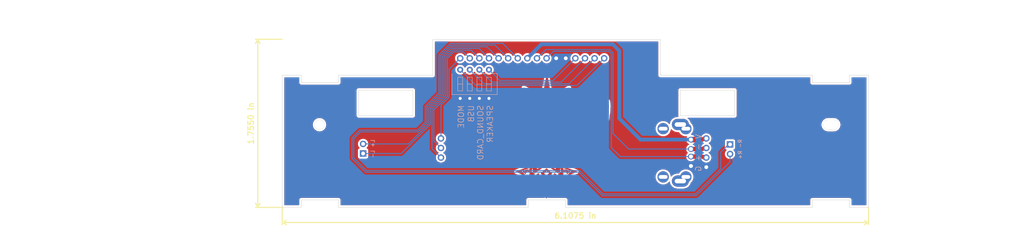
<source format=kicad_pcb>
(kicad_pcb (version 4) (host pcbnew 4.0.6)
  (layers (0 F.Cu signal) (31 B.Cu signal) (34 B.Paste user hide) (35 F.Paste user hide) (36 B.SilkS user) (37 F.SilkS user) (38 B.Mask user) (39 F.Mask user) (44 Edge.Cuts user))
  (net 0 "")
  (net 1 "Net-(J1-Pad1)")
  (net 2 Earth)
  (net 3 "Net-(J1-Pad2)")
  (net 4 "Net-(J1-Pad3)")
  (net 5 "Net-(J1-Pad4)")
  (net 6 /+)
  (net 7 /-)
  (net 8 /V)
  (net 9 "Net-(J4-Pad5)")
  (net 10 "Net-(J5-Pad5)")
  (net 11 "Net-(J2-Pad1)")
  (net 12 "Net-(J2-Pad2)")
  (net 13 "Net-(J2-Pad3)")
  (net 14 "Net-(J2-Pad4)")
  (net 15 /01)
  (net 16 /02)
  (net 17 /03)
  (module 1800:USB_A_10mm (layer F.Cu) (at 196.977 106.553 270)
    (fp_text reference J4 hide)
    (fp_text value USB_A)
    (pad 4 thru_hole circle (at 3.5 0 180) (size 1.5 1.5) (drill 1) (layers *.Cu *.Mask) (net 2 Earth))
    (pad 3 thru_hole circle (at 1 0 180) (size 1.5 1.5) (drill 1) (layers *.Cu *.Mask) (net 6 /+))
    (pad 2 thru_hole circle (at -1 0 180) (size 1.5 1.5) (drill 1) (layers *.Cu *.Mask) (net 7 /-))
    (pad 1 thru_hole circle (at -3.5 0 180) (size 1.5 1.5) (drill 1) (layers *.Cu *.Mask) (net 8 /V))
    (pad 5 thru_hole circle (at 6.4 1.35 180) (size 3 3) (drill oval 2.3 1) (layers *.Cu *.Mask) (net 9 "Net-(J4-Pad5)"))
    (pad 5 thru_hole circle (at -6.4 1.35 180) (size 3 3) (drill oval 2.3 1) (layers *.Cu *.Mask) (net 9 "Net-(J4-Pad5)"))
    (pad 5 thru_hole circle (at 6.4 7.35) (size 3 3) (drill oval 2.3 1) (layers *.Cu *.Mask) (net 9 "Net-(J4-Pad5)"))
    (pad 5 thru_hole circle (at -6.4 7.35) (size 3 3) (drill oval 2.3 1) (layers *.Cu *.Mask) (net 9 "Net-(J4-Pad5)"))
    (pad 1 smd rect (at -3.5 -1.35 270) (size 1.5 3) (layers F.Cu F.Mask) (net 8 /V))
    (pad 2 smd rect (at -1 -1.35 270) (size 1.2 3) (layers F.Cu F.Mask) (net 7 /-))
    (pad 3 smd rect (at 1 -1.35 270) (size 1.2 3) (layers F.Cu F.Mask) (net 6 /+))
    (pad 4 smd rect (at 3.5 -1.35 270) (size 1.5 3) (layers F.Cu F.Mask) (net 2 Earth))
  )
  (module 1800:USB_A (layer F.Cu) (at 196.977 106.553 270)
    (fp_text reference J5 hide)
    (fp_text value USB_A)
    (pad 4 thru_hole circle (at 3.5 0 180) (size 1.5 1.5) (drill 1) (layers *.Cu *.Mask) (net 2 Earth))
    (pad 3 thru_hole circle (at 1 0 180) (size 1.5 1.5) (drill 1) (layers *.Cu *.Mask) (net 6 /+))
    (pad 2 thru_hole circle (at -1 0 180) (size 1.5 1.5) (drill 1) (layers *.Cu *.Mask) (net 7 /-))
    (pad 1 thru_hole circle (at -3.5 0 180) (size 1.5 1.5) (drill 1) (layers *.Cu *.Mask) (net 8 /V))
    (pad 5 thru_hole oval (at 7.5 2.8 180) (size 4.5 3) (drill oval 3 1.2) (layers *.Cu *.Mask) (net 10 "Net-(J5-Pad5)"))
    (pad 5 thru_hole oval (at -7.5 2.8 180) (size 4.5 3) (drill oval 3 1.2) (layers *.Cu *.Mask) (net 10 "Net-(J5-Pad5)"))
  )
  (module Pin_Headers:Pin_Header_Straight_1x03_Pitch2.54mm (layer F.Cu) (at 130.837586 102.743)
    (fp_text reference REF** hide)
    (fp_text value Pin_Header_Straight_1x03_Pitch2.54mm hide)
    (pad 1 thru_hole circle (at 0 0) (size 1.7 1.7) (drill 1) (layers *.Cu *.Mask) (net 15 /01))
    (pad 2 thru_hole oval (at 0 2.54) (size 1.7 1.7) (drill 1) (layers *.Cu *.Mask) (net 16 /02))
    (pad 3 thru_hole oval (at 0 5.08) (size 1.7 1.7) (drill 1) (layers *.Cu *.Mask) (net 17 /03))
  )
  (module Pin_Headers:Pin_Header_Straight_1x03_Pitch2.54mm (layer F.Cu) (at 135.917586 81.496683 90)
    (fp_text reference J8 hide)
    (fp_text value CONN_01X03 hide)
    (pad 1 thru_hole circle (at 0 0 90) (size 1.7 1.7) (drill 1) (layers *.Cu *.Mask) (net 15 /01))
    (pad 2 thru_hole oval (at 0 2.54 90) (size 1.7 1.7) (drill 1) (layers *.Cu *.Mask) (net 16 /02))
    (pad 3 thru_hole oval (at 0 5.08 90) (size 1.7 1.7) (drill 1) (layers *.Cu *.Mask) (net 17 /03))
  )
  (module Wire_Pads:SolderWirePad_single_1mmDrill (layer F.Cu) (at 234.025029 99.111244)
    (fp_text reference REF** hide)
    (fp_text value SolderWirePad_single_1mmDrill hide)
    (pad "" np_thru_hole oval (at 0 0) (size 4 2.5) (drill oval 4 2.5) (layers *.Cu))
  )
  (module LOGO (layer F.Cu) (at 158.777586 102.1715)
    (fp_text reference G*** hide)
    (fp_text value LOGO hide)
    (fp_poly (pts (xy 0.056699 8.54943) (xy 0.19078 8.658621) (xy 0.376574 8.818424) (xy 0.594027 9.01069) (xy 0.823082 9.217268) (xy 1.043682 9.420009) (xy 1.235772 9.600764) (xy 1.379295 9.741384) (xy 1.454194 9.823718) (xy 1.4605 9.835723) (xy 1.421653 9.904558) (xy 1.318725 10.041403) (xy 1.172135 10.219459) (xy 1.136275 10.261245) (xy 0.927527 10.503559) (xy 0.784581 10.662263) (xy 0.687071 10.747041) (xy 0.614633 10.767579) (xy 0.546901 10.733562) (xy 0.46351 10.654675) (xy 0.413334 10.605066) (xy 0.283173 10.466729) (xy 0.202906 10.357958) (xy 0.1905 10.324845) (xy 0.23172 10.246566) (xy 0.337521 10.114777) (xy 0.428625 10.016454) (xy 0.66675 9.772303) (xy 0.34925 9.492341) (xy 0.183562 9.350086) (xy 0.056906 9.248467) (xy -0.002388 9.209939) (xy -0.060503 9.250606) (xy -0.18119 9.359875) (xy -0.339093 9.514709) (xy -0.350042 9.525803) (xy -0.663559 9.844106) (xy 0.257277 10.779928) (xy 0.547206 11.075454) (xy 0.817442 11.352538) (xy 1.051276 11.593921) (xy 1.231996 11.782341) (xy 1.342893 11.900536) (xy 1.353286 11.912051) (xy 1.528458 12.108353) (xy 0.805118 14.280987) (xy 0.636895 14.78279) (xy 0.478984 15.247209) (xy 0.336315 15.660247) (xy 0.213815 16.007909) (xy 0.116414 16.276198) (xy 0.04904 16.451118) (xy 0.017341 16.518058) (xy -0.032011 16.496111) (xy -0.109307 16.357195) (xy -0.215685 16.098977) (xy -0.301827 15.863621) (xy -0.380422 15.636163) (xy -0.487185 15.319122) (xy -0.614782 14.935034) (xy -0.755879 14.506438) (xy -0.903143 14.055872) (xy -1.049239 13.605874) (xy -1.186834 13.178982) (xy -1.308594 12.797734) (xy -1.407185 12.484668) (xy -1.475272 12.262321) (xy -1.489428 12.213983) (xy -1.487811 12.11024) (xy -1.42085 11.972132) (xy -1.276422 11.776977) (xy -1.217908 11.705983) (xy -1.046586 11.506831) (xy -0.888174 11.33207) (xy -0.775154 11.217463) (xy -0.769672 11.21252) (xy -0.683189 11.143411) (xy -0.614247 11.135126) (xy -0.524021 11.197616) (xy -0.411355 11.304352) (xy -0.281744 11.443015) (xy -0.202297 11.553137) (xy -0.1905 11.586466) (xy -0.223772 11.677458) (xy -0.307199 11.824156) (xy -0.345307 11.882337) (xy -0.500114 12.110156) (xy -0.273303 12.452703) (xy -0.148622 12.638245) (xy -0.048544 12.782196) (xy 0.000918 12.847988) (xy 0.053254 12.82482) (xy 0.144884 12.713385) (xy 0.25595 12.537841) (xy 0.365938 12.336867) (xy 0.416599 12.208261) (xy 0.416159 12.116848) (xy 0.374661 12.030391) (xy 0.307085 11.941219) (xy 0.168485 11.773747) (xy -0.027293 11.544156) (xy -0.266405 11.268624) (xy -0.535004 10.963331) (xy -0.631898 10.854151) (xy -1.549546 9.822474) (xy -1.266898 9.569191) (xy -0.99066 9.324284) (xy -0.718267 9.087447) (xy -0.467025 8.873226) (xy -0.254239 8.696166) (xy -0.097214 8.570815) (xy -0.013256 8.511718) (xy -0.00561 8.509) (xy 0.056699 8.54943)) (layer F.Cu) (width 0.01))
    (fp_poly (pts (xy -4.595622 10.314109) (xy -4.449215 10.359374) (xy -4.267169 10.453963) (xy -4.154331 10.519316) (xy -3.748987 10.756433) (xy -3.787613 11.013841) (xy -3.820925 11.186335) (xy -3.856545 11.300319) (xy -3.865745 11.31543) (xy -3.931089 11.300195) (xy -4.083089 11.227873) (xy -4.301098 11.109313) (xy -4.564469 10.955363) (xy -4.651231 10.90268) (xy -4.922018 10.734158) (xy -5.148948 10.587866) (xy -5.312332 10.476886) (xy -5.392484 10.414298) (xy -5.397356 10.406894) (xy -5.339634 10.381339) (xy -5.188253 10.351854) (xy -4.978588 10.325119) (xy -4.755657 10.306559) (xy -4.595622 10.314109)) (layer F.Cu) (width 0.01))
    (fp_poly (pts (xy 4.771492 10.317172) (xy 4.853764 10.325342) (xy 5.064862 10.353691) (xy 5.214779 10.386655) (xy 5.2705 10.416496) (xy 5.221285 10.4774) (xy 5.099446 10.567061) (xy 5.064125 10.589008) (xy 4.918279 10.677609) (xy 4.701277 10.810547) (xy 4.449911 10.965255) (xy 4.329213 11.03978) (xy 4.102703 11.17867) (xy 3.920567 11.288217) (xy 3.806971 11.354007) (xy 3.781526 11.3665) (xy 3.757421 11.311817) (xy 3.724921 11.179084) (xy 3.722687 11.168062) (xy 3.690064 10.957946) (xy 3.706528 10.81288) (xy 3.790729 10.69657) (xy 3.961322 10.57272) (xy 4.060014 10.51167) (xy 4.267252 10.390875) (xy 4.419992 10.326391) (xy 4.570613 10.305921) (xy 4.771492 10.317172)) (layer F.Cu) (width 0.01))
    (fp_poly (pts (xy -3.801266 9.601759) (xy -3.59107 9.650578) (xy -3.389363 9.748515) (xy -3.388763 9.748867) (xy -3.115117 9.909234) (xy -3.383184 10.285193) (xy -3.517956 10.468714) (xy -3.624498 10.603643) (xy -3.68191 10.663663) (xy -3.684445 10.664576) (xy -3.751454 10.636243) (xy -3.89692 10.558412) (xy -4.090632 10.447319) (xy -4.109941 10.435924) (xy -4.339412 10.287337) (xy -4.471898 10.15658) (xy -4.527051 10.011227) (xy -4.52452 9.818851) (xy -4.517653 9.763125) (xy -4.49859 9.669506) (xy -4.453129 9.617249) (xy -4.350959 9.594307) (xy -4.16177 9.588635) (xy -4.078247 9.5885) (xy -3.801266 9.601759)) (layer F.Cu) (width 0.01))
    (fp_poly (pts (xy 4.230389 9.599227) (xy 4.365825 9.646731) (xy 4.428415 9.753994) (xy 4.444859 9.943998) (xy 4.445 9.975482) (xy 4.427558 10.090759) (xy 4.359037 10.191477) (xy 4.215143 10.306118) (xy 4.095587 10.385094) (xy 3.902869 10.505346) (xy 3.746442 10.597516) (xy 3.666962 10.638529) (xy 3.591712 10.60685) (xy 3.469017 10.495245) (xy 3.324785 10.327461) (xy 3.317875 10.318544) (xy 3.183296 10.137296) (xy 3.086591 9.994158) (xy 3.048046 9.919222) (xy 3.048 9.918223) (xy 3.105431 9.840642) (xy 3.255729 9.757578) (xy 3.465899 9.680514) (xy 3.702945 9.620934) (xy 3.933873 9.59032) (xy 3.995404 9.5885) (xy 4.230389 9.599227)) (layer F.Cu) (width 0.01))
    (fp_poly (pts (xy -2.89069 7.669445) (xy -2.861361 7.681434) (xy -2.754433 7.759943) (xy -2.752708 7.838657) (xy -2.861644 7.935562) (xy -2.956467 7.994778) (xy -3.087565 8.090727) (xy -3.145892 8.171779) (xy -3.143219 8.19155) (xy -3.06678 8.247722) (xy -2.944708 8.220348) (xy -2.759387 8.10439) (xy -2.709936 8.067671) (xy -2.547882 7.957071) (xy -2.429343 7.919324) (xy -2.304911 7.940711) (xy -2.281311 7.948649) (xy -2.151878 8.001075) (xy -2.095578 8.038353) (xy -2.0955 8.039127) (xy -2.138543 8.092285) (xy -2.249253 8.201637) (xy -2.3495 8.294304) (xy -2.516304 8.454562) (xy -2.588442 8.557408) (xy -2.572418 8.622204) (xy -2.475085 8.668199) (xy -2.361446 8.664162) (xy -2.20653 8.581197) (xy -2.039545 8.451816) (xy -1.73242 8.194677) (xy -1.46946 8.297971) (xy -1.311893 8.367808) (xy -1.219754 8.424055) (xy -1.209614 8.439257) (xy -1.261139 8.487286) (xy -1.397215 8.585608) (xy -1.594368 8.717736) (xy -1.733489 8.807191) (xy -2.022996 8.998736) (xy -2.329094 9.214238) (xy -2.59645 9.414442) (xy -2.65482 9.460785) (xy -3.05539 9.784439) (xy -3.58775 9.491455) (xy -3.6195 9.021097) (xy -3.648832 8.761888) (xy -3.691734 8.591071) (xy -3.741391 8.517808) (xy -3.790986 8.551266) (xy -3.833703 8.700609) (xy -3.838108 8.727172) (xy -3.874467 8.959573) (xy -3.909223 9.181589) (xy -3.944946 9.409679) (xy -5.2453 9.321047) (xy -5.3663 9.677023) (xy -5.442426 9.867001) (xy -5.516278 9.996151) (xy -5.561646 10.033) (xy -5.626731 9.990849) (xy -5.745738 9.881061) (xy -5.895642 9.728634) (xy -6.053421 9.558565) (xy -6.196049 9.395852) (xy -6.300502 9.265493) (xy -6.343758 9.192484) (xy -6.341933 9.185831) (xy -6.27264 9.151835) (xy -6.143625 9.094718) (xy -6.02126 9.051432) (xy -5.9755 9.081968) (xy -5.969 9.177111) (xy -5.940728 9.303461) (xy -5.873729 9.326181) (xy -5.794731 9.250476) (xy -5.744007 9.133304) (xy -5.629752 8.958256) (xy -5.428174 8.839116) (xy -5.16956 8.783864) (xy -4.884198 8.80048) (xy -4.692201 8.856158) (xy -4.600716 8.846614) (xy -4.520263 8.726864) (xy -4.509029 8.700775) (xy -4.463645 8.558009) (xy -4.461587 8.472121) (xy -4.464218 8.468615) (xy -4.532045 8.476454) (xy -4.695528 8.518662) (xy -4.930541 8.587402) (xy -5.212958 8.674841) (xy -5.518653 8.773142) (xy -5.823499 8.874471) (xy -6.10337 8.970992) (xy -6.33414 9.054872) (xy -6.491683 9.118274) (xy -6.5405 9.142893) (xy -6.570733 9.187627) (xy -6.54399 9.263552) (xy -6.449136 9.387823) (xy -6.275033 9.577589) (xy -6.223 9.631896) (xy -6.036572 9.823908) (xy -5.880596 9.981607) (xy -5.777885 10.082065) (xy -5.753372 10.103865) (xy -5.719653 10.19096) (xy -5.766137 10.289649) (xy -5.86372 10.346867) (xy -5.887633 10.348654) (xy -5.980254 10.323754) (xy -6.168211 10.255735) (xy -6.430654 10.152757) (xy -6.746731 10.022983) (xy -7.063859 9.888279) (xy -7.401953 9.740336) (xy -7.695728 9.607737) (xy -7.926807 9.499112) (xy -8.076812 9.423089) (xy -8.127484 9.388877) (xy -8.069939 9.34385) (xy -7.906876 9.265405) (xy -7.653654 9.159076) (xy -7.325633 9.0304) (xy -6.938172 8.884913) (xy -6.50663 8.72815) (xy -6.046368 8.565649) (xy -5.572744 8.402944) (xy -5.101119 8.245572) (xy -4.646852 8.099069) (xy -4.225302 7.968971) (xy -4.020236 7.908516) (xy -3.623283 7.79619) (xy -3.329495 7.719577) (xy -3.121229 7.67522) (xy -2.980841 7.659661) (xy -2.89069 7.669445)) (layer F.Cu) (width 0.01))
    (fp_poly (pts (xy -5.606667 2.93714) (xy -5.579121 3.019291) (xy -5.585181 3.103692) (xy -5.636034 3.214726) (xy -5.742864 3.376776) (xy -5.916858 3.614224) (xy -5.91795 3.615688) (xy -6.075325 3.834719) (xy -6.193907 4.015457) (xy -6.259236 4.134866) (xy -6.265604 4.169563) (xy -6.191347 4.201758) (xy -6.022987 4.257679) (xy -5.789345 4.329131) (xy -5.519239 4.407914) (xy -5.241489 4.485832) (xy -4.984915 4.554688) (xy -4.778336 4.606285) (xy -4.650572 4.632424) (xy -4.632513 4.63407) (xy -4.535972 4.677739) (xy -4.392683 4.788475) (xy -4.288514 4.887181) (xy -4.042753 5.138863) (xy -4.122334 5.506306) (xy -4.171797 5.732967) (xy -4.214985 5.927936) (xy -4.235091 6.016625) (xy -4.24398 6.10864) (xy -4.191858 6.146917) (xy -4.047873 6.150881) (xy -4.023259 6.149985) (xy -3.886686 6.141571) (xy -3.871089 6.129738) (xy -3.952875 6.114017) (xy -4.057366 6.084807) (xy -4.11242 6.020442) (xy -4.122408 5.896438) (xy -4.091705 5.688313) (xy -4.058118 5.524732) (xy -4.012695 5.339553) (xy -3.971612 5.258653) (xy -3.920389 5.260715) (xy -3.892575 5.281019) (xy -3.831155 5.38056) (xy -3.824459 5.551665) (xy -3.833743 5.633162) (xy -3.871071 5.9055) (xy -3.602411 5.894825) (xy -3.33375 5.88415) (xy -3.57212 5.859227) (xy -3.725891 5.835185) (xy -3.783261 5.787298) (xy -3.774672 5.685396) (xy -3.769562 5.663527) (xy -3.733058 5.53044) (xy -3.708746 5.469219) (xy -3.652682 5.491679) (xy -3.529991 5.574594) (xy -3.427112 5.652995) (xy -3.275762 5.785415) (xy -3.223557 5.869136) (xy -3.249559 5.913678) (xy -3.268033 5.952672) (xy -3.162457 5.96816) (xy -3.14325 5.968446) (xy -2.953728 6.005386) (xy -2.76854 6.091275) (xy -2.58433 6.212714) (xy -2.76854 6.240092) (xy -2.861853 6.257689) (xy -2.841583 6.268795) (xy -2.701092 6.276826) (xy -2.696823 6.276985) (xy -2.519949 6.306411) (xy -2.272701 6.376439) (xy -1.999728 6.473833) (xy -1.911555 6.509747) (xy -1.270627 6.74912) (xy -0.524515 6.970299) (xy 0.332723 7.174771) (xy 1.307031 7.36402) (xy 1.905963 7.463899) (xy 2.188398 7.513115) (xy 2.42701 7.563154) (xy 2.591809 7.607232) (xy 2.648343 7.631805) (xy 2.753426 7.66488) (xy 2.792098 7.652925) (xy 2.887985 7.650086) (xy 3.089107 7.686377) (xy 3.38135 7.757506) (xy 3.750603 7.859178) (xy 4.182755 7.987099) (xy 4.663693 8.136977) (xy 5.179306 8.304517) (xy 5.715482 8.485425) (xy 6.25811 8.675409) (xy 6.793077 8.870174) (xy 6.7945 8.870703) (xy 7.22214 9.030087) (xy 7.544028 9.151625) (xy 7.773568 9.241408) (xy 7.924165 9.305522) (xy 8.009225 9.350058) (xy 8.042153 9.381104) (xy 8.036354 9.404748) (xy 8.011306 9.42338) (xy 7.91585 9.471274) (xy 7.731552 9.554882) (xy 7.481336 9.664545) (xy 7.188128 9.790605) (xy 6.874853 9.923404) (xy 6.564436 10.053284) (xy 6.279802 10.170586) (xy 6.043875 10.265652) (xy 5.879581 10.328824) (xy 5.810662 10.3505) (xy 5.707293 10.309775) (xy 5.666152 10.276252) (xy 5.653206 10.218996) (xy 5.701353 10.118584) (xy 5.820026 9.961002) (xy 6.018655 9.732238) (xy 6.072171 9.673002) (xy 6.260334 9.46319) (xy 6.408774 9.292751) (xy 6.501591 9.180284) (xy 6.524328 9.144) (xy 6.458194 9.124271) (xy 6.291586 9.069458) (xy 6.044005 8.986124) (xy 5.734956 8.88083) (xy 5.407109 8.768133) (xy 5.061138 8.651935) (xy 4.760495 8.557075) (xy 4.523938 8.488968) (xy 4.370221 8.453026) (xy 4.318 8.453787) (xy 4.345018 8.549168) (xy 4.410153 8.693504) (xy 4.411605 8.696318) (xy 4.480504 8.809578) (xy 4.558292 8.848307) (xy 4.693687 8.829074) (xy 4.756382 8.813576) (xy 5.004141 8.78756) (xy 5.252379 8.821636) (xy 5.467502 8.904034) (xy 5.615918 9.022983) (xy 5.663526 9.131406) (xy 5.721262 9.277031) (xy 5.800506 9.323918) (xy 5.883314 9.317928) (xy 5.881402 9.232501) (xy 5.875602 9.213336) (xy 5.877588 9.105665) (xy 5.974484 9.079025) (xy 6.122556 9.119043) (xy 6.199085 9.168614) (xy 6.207438 9.244374) (xy 6.139907 9.361279) (xy 5.988785 9.534283) (xy 5.82026 9.705578) (xy 5.41752 10.104738) (xy 5.275007 9.713883) (xy 5.132495 9.323028) (xy 3.819123 9.412548) (xy 3.774606 8.960774) (xy 3.739698 8.699451) (xy 3.696229 8.552919) (xy 3.643045 8.509) (xy 3.595573 8.542382) (xy 3.568045 8.655661) (xy 3.556781 8.868538) (xy 3.556 8.975158) (xy 3.556 9.441316) (xy 2.947166 9.772684) (xy 2.517325 9.430136) (xy 2.252301 9.228477) (xy 1.938144 9.003406) (xy 1.634348 8.797307) (xy 1.576219 8.759624) (xy 1.064952 8.43166) (xy 1.334713 8.310885) (xy 1.604473 8.190109) (xy 1.865861 8.401669) (xy 2.064709 8.558932) (xy 2.195288 8.646171) (xy 2.286236 8.675444) (xy 2.366193 8.658813) (xy 2.417114 8.633798) (xy 2.488354 8.587696) (xy 2.4951 8.538128) (xy 2.425842 8.458205) (xy 2.291426 8.340163) (xy 2.14666 8.207962) (xy 2.05249 8.106069) (xy 2.032 8.069744) (xy 2.083232 8.011379) (xy 2.196117 7.946608) (xy 2.308577 7.91039) (xy 2.411005 7.931025) (xy 2.548281 8.021424) (xy 2.60213 8.063415) (xy 2.824243 8.210276) (xy 2.985381 8.252014) (xy 3.07692 8.196078) (xy 3.048882 8.133624) (xy 2.936419 8.041879) (xy 2.85652 7.992819) (xy 2.700444 7.884967) (xy 2.630603 7.792172) (xy 2.631359 7.76599) (xy 2.644046 7.719699) (xy 2.628125 7.697285) (xy 2.567827 7.703515) (xy 2.447383 7.743158) (xy 2.251024 7.820981) (xy 1.962982 7.941752) (xy 1.74912 8.03275) (xy 1.44657 8.159314) (xy 1.18201 8.265425) (xy 0.979137 8.341916) (xy 0.861648 8.37962) (xy 0.846301 8.382) (xy 0.743094 8.35956) (xy 0.536756 8.295881) (xy 0.242257 8.196424) (xy -0.12543 8.066649) (xy -0.551336 7.912018) (xy -1.020489 7.73799) (xy -1.517918 7.550028) (xy -2.028653 7.353592) (xy -2.537721 7.154141) (xy -2.736742 7.075055) (xy -4.235233 6.477) (xy -6.451492 6.471539) (xy -8.66775 6.466078) (xy -8.930163 6.19136) (xy -3.64302 6.19136) (xy -3.570902 6.200936) (xy -3.429 6.203971) (xy -3.272232 6.200033) (xy -3.213477 6.189783) (xy -3.254375 6.177517) (xy -3.459487 6.166888) (xy -3.603625 6.177517) (xy -3.64302 6.19136) (xy -8.930163 6.19136) (xy -9.49325 5.60187) (xy -9.780078 5.300483) (xy -9.987906 5.077613) (xy -10.126073 4.92053) (xy -10.203914 4.816504) (xy -10.230768 4.752807) (xy -10.215972 4.716709) (xy -10.168862 4.695481) (xy -10.16 4.69291) (xy -10.045797 4.677817) (xy -9.828971 4.664077) (xy -9.533899 4.652681) (xy -9.184958 4.644619) (xy -8.89 4.641277) (xy -8.499771 4.636709) (xy -8.128882 4.628462) (xy -7.806437 4.617467) (xy -7.561542 4.604661) (xy -7.451952 4.595131) (xy -7.125153 4.555867) (xy -7.342301 4.271388) (xy -7.44952 4.113303) (xy -7.577002 3.899181) (xy -7.711456 3.65506) (xy -7.793683 3.495858) (xy -7.170366 3.495858) (xy -7.122926 3.636883) (xy -7.109469 3.6543) (xy -6.979761 3.74007) (xy -6.845297 3.700236) (xy -6.790083 3.645927) (xy -6.746003 3.517093) (xy -6.803571 3.40229) (xy -6.939405 3.337838) (xy -6.991052 3.33375) (xy -7.12135 3.381122) (xy -7.170366 3.495858) (xy -7.793683 3.495858) (xy -7.839588 3.406981) (xy -7.948109 3.18098) (xy -8.023725 3.003098) (xy -8.053145 2.899373) (xy -8.049888 2.88522) (xy -7.980257 2.87398) (xy -7.804127 2.860184) (xy -7.541945 2.845017) (xy -7.214156 2.829667) (xy -6.850808 2.815652) (xy -5.680574 2.774931) (xy -5.606667 2.93714)) (layer F.Cu) (width 0.01))
    (fp_poly (pts (xy -1.997066 7.511952) (xy -1.837343 7.540056) (xy -1.639301 7.599878) (xy -1.370565 7.698182) (xy -1.219812 7.756056) (xy -0.944707 7.865208) (xy -0.719036 7.960209) (xy -0.565806 8.030983) (xy -0.508025 8.067454) (xy -0.508 8.067767) (xy -0.5611 8.120292) (xy -0.690495 8.190946) (xy -0.851331 8.259755) (xy -0.998754 8.306747) (xy -1.06578 8.316139) (xy -1.162681 8.291296) (xy -1.350433 8.225007) (xy -1.603584 8.126844) (xy -1.896682 8.006377) (xy -1.952418 7.982764) (xy -2.239167 7.8577) (xy -2.478276 7.747681) (xy -2.648158 7.663075) (xy -2.727224 7.614251) (xy -2.730293 7.609179) (xy -2.672746 7.581041) (xy -2.522336 7.549552) (xy -2.331062 7.523832) (xy -2.150847 7.508799) (xy -1.997066 7.511952)) (layer F.Cu) (width 0.01))
    (fp_poly (pts (xy 6.782366 2.81548) (xy 7.155681 2.830149) (xy 7.48376 2.846233) (xy 7.746091 2.862464) (xy 7.922159 2.877576) (xy 7.991286 2.890119) (xy 7.982475 2.961504) (xy 7.923268 3.116822) (xy 7.826629 3.329939) (xy 7.705521 3.57472) (xy 7.572905 3.825032) (xy 7.441746 4.05474) (xy 7.325007 4.23771) (xy 7.317721 4.248077) (xy 7.110692 4.54025) (xy 7.285971 4.580362) (xy 7.400038 4.592576) (xy 7.619662 4.604002) (xy 7.9234 4.613983) (xy 8.289809 4.621863) (xy 8.697445 4.626985) (xy 8.842375 4.627987) (xy 9.318816 4.632278) (xy 9.680399 4.639808) (xy 9.939238 4.651342) (xy 10.10745 4.667643) (xy 10.197151 4.689474) (xy 10.220761 4.714875) (xy 10.177821 4.784093) (xy 10.06015 4.928241) (xy 9.881736 5.131373) (xy 9.656567 5.377545) (xy 9.411136 5.637749) (xy 8.60425 6.481249) (xy 3.77825 6.560073) (xy 3.302 6.776255) (xy 3.105494 6.861198) (xy 2.857632 6.962271) (xy 2.584815 7.069482) (xy 2.313445 7.172841) (xy 2.069923 7.262354) (xy 1.880653 7.328033) (xy 1.772035 7.359884) (xy 1.757065 7.360907) (xy 1.694432 7.347219) (xy 1.532365 7.313852) (xy 1.295985 7.265934) (xy 1.032055 7.21292) (xy 0.745422 7.152968) (xy 0.506419 7.098078) (xy 0.341578 7.05467) (xy 0.278437 7.030603) (xy 0.303077 6.991962) (xy 0.41719 6.953362) (xy 0.421132 6.952514) (xy 0.765773 6.865158) (xy 1.174581 6.739893) (xy 1.602358 6.592433) (xy 2.003908 6.438491) (xy 2.334035 6.293782) (xy 2.377979 6.272148) (xy 2.882709 6.018407) (xy 3.227052 6.187289) (xy 3.571395 6.35617) (xy 3.912566 6.149399) (xy 4.126905 6.014169) (xy 4.322692 5.881761) (xy 4.423836 5.806996) (xy 4.593934 5.671364) (xy 4.265467 5.49259) (xy 4.089953 5.391047) (xy 3.970772 5.310581) (xy 3.937 5.275192) (xy 3.975765 5.211354) (xy 4.077329 5.081363) (xy 4.217759 4.915618) (xy 4.498519 4.594667) (xy 4.985668 4.65136) (xy 5.228587 4.674845) (xy 5.426271 4.685197) (xy 5.541647 4.680657) (xy 5.550606 4.678202) (xy 5.613658 4.614431) (xy 5.724156 4.464883) (xy 5.865345 4.253354) (xy 5.98971 4.054551) (xy 6.15725 3.775056) (xy 6.252414 3.586245) (xy 6.268098 3.469857) (xy 6.197196 3.407632) (xy 6.032605 3.38131) (xy 5.767219 3.37263) (xy 5.724081 3.371829) (xy 5.528945 3.363167) (xy 5.457338 3.345371) (xy 6.816764 3.345371) (xy 6.8186 3.464265) (xy 6.834464 3.549445) (xy 6.87531 3.753676) (xy 7.0605 3.576252) (xy 7.24569 3.398829) (xy 7.044881 3.346794) (xy 6.883771 3.314323) (xy 6.816764 3.345371) (xy 5.457338 3.345371) (xy 5.435167 3.339861) (xy 5.417181 3.291738) (xy 5.428951 3.254375) (xy 5.483612 3.113032) (xy 5.54059 2.958918) (xy 5.607191 2.774587) (xy 6.782366 2.81548)) (layer F.Cu) (width 0.01))
    (fp_poly (pts (xy 2.288981 3.542376) (xy 2.337441 3.556696) (xy 2.457069 3.592529) (xy 2.673082 3.65473) (xy 2.959436 3.735893) (xy 3.29009 3.828612) (xy 3.46075 3.876119) (xy 3.792575 3.970653) (xy 4.081826 4.057568) (xy 4.305928 4.129728) (xy 4.44231 4.179998) (xy 4.471702 4.195685) (xy 4.458097 4.26419) (xy 4.361755 4.396992) (xy 4.198855 4.578736) (xy 3.985578 4.794068) (xy 3.738103 5.027633) (xy 3.472611 5.264077) (xy 3.205282 5.488045) (xy 2.952295 5.684183) (xy 2.767017 5.813401) (xy 2.476529 5.991271) (xy 2.150415 6.173011) (xy 1.813127 6.346927) (xy 1.489114 6.501324) (xy 1.202826 6.624508) (xy 0.978713 6.704785) (xy 0.84915 6.730692) (xy 0.698633 6.68517) (xy 0.629297 6.628878) (xy 0.580911 6.538669) (xy 0.634123 6.462343) (xy 0.665408 6.438378) (xy 0.782921 6.368716) (xy 0.843842 6.35) (xy 0.92123 6.315362) (xy 1.068601 6.224476) (xy 1.258534 6.096882) (xy 1.463611 5.952118) (xy 1.656409 5.809726) (xy 1.80951 5.689244) (xy 1.895492 5.610213) (xy 1.905 5.593819) (xy 1.853811 5.53479) (xy 1.74401 5.471533) (xy 1.668318 5.445991) (xy 1.590276 5.451268) (xy 1.488754 5.498736) (xy 1.342623 5.599768) (xy 1.130755 5.765735) (xy 0.997885 5.873119) (xy 0.699741 6.103493) (xy 0.462414 6.262614) (xy 0.297897 6.342778) (xy 0.254 6.351039) (xy 0.09525 6.354023) (xy 0.269875 6.484308) (xy 0.409323 6.610513) (xy 0.430629 6.692352) (xy 0.333748 6.728964) (xy 0.282265 6.731) (xy 0.123925 6.68774) (xy -0.1132 6.563053) (xy -0.417361 6.364573) (xy -0.776806 6.099935) (xy -1.156505 5.796093) (xy -1.386419 5.610038) (xy -1.543873 5.496876) (xy -1.650895 5.444643) (xy -1.72951 5.441369) (xy -1.77563 5.459731) (xy -1.877261 5.537024) (xy -1.905 5.588757) (xy -1.853866 5.666514) (xy -1.712917 5.796074) (xy -1.500834 5.96323) (xy -1.236297 6.15377) (xy -0.937985 6.353485) (xy -0.71725 6.492251) (xy -0.453119 6.662191) (xy -0.300759 6.781406) (xy -0.256785 6.852728) (xy -0.267998 6.867994) (xy -0.317837 6.898466) (xy -0.366392 6.90988) (xy -0.441609 6.896066) (xy -0.571436 6.850854) (xy -0.783819 6.768077) (xy -0.864383 6.736345) (xy -1.326263 6.538963) (xy -1.827445 6.298543) (xy -2.322204 6.038582) (xy -2.764821 5.782578) (xy -2.95275 5.663096) (xy -3.169608 5.506224) (xy -3.413522 5.308532) (xy -3.666357 5.087442) (xy -3.909975 4.860374) (xy -4.008137 4.7625) (xy -3.2385 4.7625) (xy -3.201294 4.862088) (xy -3.07975 4.8895) (xy -2.952351 4.917554) (xy -2.92491 4.984393) (xy -2.989164 5.051132) (xy -2.998333 5.11285) (xy -2.913767 5.193813) (xy -2.796967 5.250402) (xy -2.748063 5.227938) (xy -2.694312 5.124242) (xy -2.647851 5.054743) (xy -2.592292 5.00013) (xy -2.527568 5.011304) (xy -2.423435 5.100277) (xy -2.352674 5.171976) (xy -2.219387 5.30245) (xy -2.136237 5.351347) (xy -2.068126 5.331237) (xy -2.019787 5.291197) (xy -1.950895 5.216873) (xy -1.961753 5.157575) (xy -2.064483 5.074482) (xy -2.093907 5.053834) (xy -2.242728 4.932825) (xy -2.274707 4.857986) (xy -2.19043 4.827113) (xy -2.154344 4.826) (xy -2.052188 4.793414) (xy -2.038278 4.719105) (xy -2.099784 4.638246) (xy -2.223878 4.586009) (xy -2.242876 4.583275) (xy -2.360997 4.557202) (xy -2.370982 4.507123) (xy -2.347992 4.474931) (xy -2.305437 4.368173) (xy -2.316031 4.320781) (xy -2.40338 4.259253) (xy -2.498424 4.273464) (xy -2.54 4.34975) (xy -2.566266 4.435393) (xy -2.649715 4.41415) (xy -2.732192 4.348218) (xy -2.850386 4.293188) (xy -2.97235 4.301307) (xy -3.044185 4.365397) (xy -3.048 4.390286) (xy -2.997417 4.461497) (xy -2.95275 4.485536) (xy -2.863055 4.547454) (xy -2.886368 4.603924) (xy -3.009609 4.634347) (xy -3.048 4.6355) (xy -3.187441 4.655457) (xy -3.236535 4.729716) (xy -3.2385 4.7625) (xy -4.008137 4.7625) (xy -4.126239 4.644746) (xy -4.297011 4.457979) (xy -4.404155 4.317493) (xy -4.430761 4.243531) (xy -4.367246 4.207703) (xy -4.205679 4.144294) (xy -3.970035 4.060927) (xy -3.684286 3.965224) (xy -3.372405 3.864808) (xy -3.058364 3.767299) (xy -2.766137 3.680322) (xy -2.519697 3.611497) (xy -2.343016 3.568448) (xy -2.273849 3.557737) (xy -2.223839 3.608453) (xy -2.135899 3.742762) (xy -2.034807 3.921125) (xy -1.677818 4.491805) (xy -1.204051 5.085088) (xy -0.643964 5.672293) (xy -0.384123 5.919399) (xy -0.196561 6.080994) (xy -0.069019 6.166341) (xy 0.010762 6.184704) (xy 0.026513 6.178936) (xy 0.139339 6.093526) (xy 0.314779 5.935138) (xy 0.531166 5.725799) (xy 0.766834 5.487537) (xy 1.000117 5.242377) (xy 1.209349 5.012348) (xy 1.372863 4.819476) (xy 1.406453 4.776455) (xy 2.032 4.776455) (xy 2.08273 5.033262) (xy 2.216938 5.216627) (xy 2.407652 5.315328) (xy 2.6279 5.318141) (xy 2.850709 5.213844) (xy 2.925884 5.148384) (xy 3.069951 4.932507) (xy 3.104296 4.70844) (xy 3.040058 4.503608) (xy 2.888375 4.345438) (xy 2.660386 4.261353) (xy 2.562854 4.2545) (xy 2.304261 4.305694) (xy 2.125447 4.451355) (xy 2.038494 4.6796) (xy 2.032 4.776455) (xy 1.406453 4.776455) (xy 1.408113 4.774329) (xy 1.549591 4.591407) (xy 1.663058 4.450744) (xy 1.725237 4.381145) (xy 1.726924 4.379786) (xy 1.773886 4.309482) (xy 1.856325 4.15525) (xy 1.957362 3.948865) (xy 1.969026 3.924044) (xy 2.073256 3.708) (xy 2.14707 3.586589) (xy 2.21185 3.538488) (xy 2.288981 3.542376)) (layer F.Cu) (width 0.01))
    (fp_poly (pts (xy -10.017021 6.136719) (xy -9.855376 6.313015) (xy -9.740406 6.45674) (xy -9.691317 6.543229) (xy -9.692106 6.554019) (xy -9.766293 6.578347) (xy -9.932827 6.595704) (xy -10.157101 6.602638) (xy -10.179623 6.602631) (xy -10.63625 6.601263) (xy -10.940972 6.25614) (xy -11.089712 6.080858) (xy -11.197499 5.940805) (xy -11.243045 5.863826) (xy -11.243355 5.860633) (xy -11.184055 5.832788) (xy -11.030522 5.807553) (xy -10.815494 5.790237) (xy -10.806921 5.789824) (xy -10.372825 5.769399) (xy -10.017021 6.136719)) (layer F.Cu) (width 0.01))
    (fp_poly (pts (xy 10.742933 5.785104) (xy 10.964708 5.796902) (xy 11.130337 5.815714) (xy 11.20493 5.837533) (xy 11.205405 5.838207) (xy 11.178571 5.90156) (xy 11.084922 6.032604) (xy 10.943378 6.205336) (xy 10.912154 6.241266) (xy 10.593979 6.604) (xy 10.122989 6.604) (xy 9.896752 6.596776) (xy 9.729924 6.577683) (xy 9.653703 6.550587) (xy 9.652 6.545617) (xy 9.69213 6.473759) (xy 9.798257 6.336984) (xy 9.948986 6.162525) (xy 9.978691 6.129781) (xy 10.305383 5.772328) (xy 10.742933 5.785104)) (layer F.Cu) (width 0.01))
    (fp_poly (pts (xy -10.850828 4.647012) (xy -10.755902 4.67065) (xy -10.647806 4.727847) (xy -10.514865 4.828557) (xy -10.345405 4.982733) (xy -10.127751 5.200329) (xy -9.850227 5.491297) (xy -9.501159 5.865593) (xy -9.449468 5.921375) (xy -8.876031 6.5405) (xy -9.152891 6.534699) (xy -9.249396 6.529954) (xy -9.334534 6.512179) (xy -9.423093 6.46933) (xy -9.52986 6.38936) (xy -9.669623 6.260226) (xy -9.85717 6.069882) (xy -10.107289 5.806284) (xy -10.302813 5.598074) (xy -11.175875 4.66725) (xy -10.94426 4.646979) (xy -10.850828 4.647012)) (layer F.Cu) (width 0.01))
    (fp_poly (pts (xy 10.896793 4.647724) (xy 11.119451 4.66725) (xy 10.24285 5.60348) (xy 9.944009 5.921387) (xy 9.716924 6.15792) (xy 9.547255 6.325069) (xy 9.420667 6.434822) (xy 9.322821 6.499171) (xy 9.239379 6.530106) (xy 9.156004 6.539616) (xy 9.122833 6.540105) (xy 8.973723 6.527388) (xy 8.901523 6.495221) (xy 8.900583 6.483315) (xy 8.949587 6.422147) (xy 9.073764 6.285206) (xy 9.25924 6.087275) (xy 9.492142 5.843134) (xy 9.758599 5.567565) (xy 9.797942 5.527165) (xy 10.099369 5.219183) (xy 10.327397 4.991251) (xy 10.496532 4.83176) (xy 10.621281 4.729098) (xy 10.716151 4.671656) (xy 10.795647 4.647824) (xy 10.874277 4.645992) (xy 10.896793 4.647724)) (layer F.Cu) (width 0.01))
    (fp_poly (pts (xy 3.856288 5.368135) (xy 3.998623 5.431494) (xy 4.039969 5.453092) (xy 4.259008 5.57149) (xy 4.368831 5.655318) (xy 4.371187 5.731777) (xy 4.267828 5.828064) (xy 4.072788 5.963031) (xy 3.872465 6.0956) (xy 3.706896 6.198901) (xy 3.609307 6.252276) (xy 3.604888 6.253962) (xy 3.507938 6.239354) (xy 3.349101 6.171258) (xy 3.244645 6.11326) (xy 3.08422 6.013289) (xy 3.020317 5.954896) (xy 3.040134 5.915028) (xy 3.114081 5.878109) (xy 3.146899 5.858021) (xy 3.376065 5.858021) (xy 3.392106 5.881122) (xy 3.451817 5.929949) (xy 3.57213 5.990397) (xy 3.687055 5.95173) (xy 3.767701 5.8827) (xy 3.774303 5.848637) (xy 3.711375 5.859427) (xy 3.672213 5.890886) (xy 3.562193 5.929718) (xy 3.466897 5.899024) (xy 3.376065 5.858021) (xy 3.146899 5.858021) (xy 3.268595 5.783532) (xy 3.4104 5.664327) (xy 3.557679 5.517047) (xy 3.747339 5.652097) (xy 3.868868 5.725161) (xy 3.933687 5.737877) (xy 3.937 5.729516) (xy 3.885488 5.66472) (xy 3.767966 5.594868) (xy 3.656036 5.532876) (xy 3.648428 5.476235) (xy 3.696311 5.420474) (xy 3.769957 5.365832) (xy 3.856288 5.368135)) (layer F.Cu) (width 0.01))
    (fp_poly (pts (xy 0.065165 4.588497) (xy 0.193446 4.711685) (xy 0.267848 4.804808) (xy 0.459494 5.069367) (xy 0.247124 5.487433) (xy 0.135778 5.689949) (xy 0.037977 5.838455) (xy -0.027223 5.904462) (xy -0.032494 5.9055) (xy -0.091119 5.852524) (xy -0.183966 5.712645) (xy -0.292397 5.514438) (xy -0.308115 5.482942) (xy -0.516488 5.060384) (xy -0.328096 4.800317) (xy -0.199115 4.649904) (xy -0.080055 4.555992) (xy -0.03175 4.54025) (xy 0.065165 4.588497)) (layer F.Cu) (width 0.01))
    (fp_poly (pts (xy -11.858625 4.57415) (xy -11.39825 4.576301) (xy -10.986689 5.046835) (xy -10.808654 5.254386) (xy -10.66447 5.430004) (xy -10.573616 5.549557) (xy -10.552772 5.584434) (xy -10.600029 5.621416) (xy -10.766974 5.643234) (xy -11.027834 5.649122) (xy -11.52525 5.646744) (xy -11.922125 5.144797) (xy -12.088883 4.930591) (xy -12.221114 4.754458) (xy -12.301966 4.639217) (xy -12.319 4.607425) (xy -12.260776 4.590506) (xy -12.107144 4.578632) (xy -11.889666 4.574085) (xy -11.858625 4.57415)) (layer F.Cu) (width 0.01))
    (fp_poly (pts (xy 12.054158 4.580198) (xy 12.202398 4.6027) (xy 12.244916 4.634659) (xy 12.198589 4.709223) (xy 12.09167 4.857732) (xy 11.942724 5.05482) (xy 11.849872 5.174409) (xy 11.475995 5.6515) (xy 10.971456 5.6515) (xy 10.735619 5.644731) (xy 10.565981 5.626605) (xy 10.489433 5.600395) (xy 10.488083 5.592697) (xy 10.537264 5.523257) (xy 10.652949 5.383035) (xy 10.815875 5.194914) (xy 10.942348 5.052947) (xy 11.375447 4.572) (xy 11.820765 4.572) (xy 12.054158 4.580198)) (layer F.Cu) (width 0.01))
    (fp_poly (pts (xy 0.00155 0.251515) (xy 0.045085 0.40823) (xy 0.051458 0.465283) (xy 0.075431 0.619964) (xy 0.13368 0.68519) (xy 0.257833 0.6985) (xy 0.395352 0.664561) (xy 0.451205 0.585325) (xy 0.406622 0.494659) (xy 0.381 0.47625) (xy 0.322485 0.481284) (xy 0.3175 0.504252) (xy 0.266127 0.563891) (xy 0.22225 0.5715) (xy 0.147137 0.515584) (xy 0.127 0.378122) (xy 0.134654 0.253802) (xy 0.182093 0.208002) (xy 0.306027 0.217589) (xy 0.365125 0.228083) (xy 0.812238 0.370133) (xy 1.230157 0.616953) (xy 1.589625 0.946312) (xy 1.861385 1.335979) (xy 1.885559 1.383383) (xy 1.974915 1.582288) (xy 2.028525 1.760865) (xy 2.055045 1.964622) (xy 2.063132 2.239067) (xy 2.063294 2.31775) (xy 2.057164 2.620545) (xy 2.034564 2.837648) (xy 1.988318 3.010025) (xy 1.913166 3.175) (xy 1.691899 3.547596) (xy 1.459799 3.827515) (xy 1.188763 4.047899) (xy 1.152891 4.071528) (xy 1.018883 4.165889) (xy 0.967729 4.219367) (xy 1.000125 4.222392) (xy 1.079116 4.208201) (xy 1.12187 4.239663) (xy 1.139469 4.343273) (xy 1.142993 4.545524) (xy 1.143 4.563973) (xy 1.132952 4.773349) (xy 1.106884 4.927853) (xy 1.078012 4.985669) (xy 1.00012 4.968334) (xy 0.858902 4.884117) (xy 0.688265 4.753931) (xy 0.363507 4.482028) (xy 0.610378 4.372973) (xy 0.771442 4.297654) (xy 0.81494 4.265647) (xy 0.740245 4.276797) (xy 0.546731 4.330954) (xy 0.497925 4.345654) (xy 0.318853 4.390812) (xy 0.194225 4.405247) (xy 0.16455 4.397883) (xy 0.140113 4.315383) (xy 0.127478 4.159292) (xy 0.127 4.120664) (xy 0.145638 3.948746) (xy 0.191374 3.846356) (xy 0.248936 3.833733) (xy 0.292852 3.90086) (xy 0.355403 3.966281) (xy 0.420385 3.931911) (xy 0.4445 3.838002) (xy 0.387489 3.766239) (xy 0.257318 3.7465) (xy 0.147999 3.754048) (xy 0.089926 3.797964) (xy 0.063346 3.910158) (xy 0.050943 4.079875) (xy 0.0293 4.266189) (xy -0.005704 4.387188) (xy -0.03175 4.41325) (xy -0.070539 4.35594) (xy -0.102061 4.208741) (xy -0.114444 4.079875) (xy -0.129847 3.885948) (xy -0.1602 3.787022) (xy -0.225258 3.751187) (xy -0.320819 3.7465) (xy -0.467621 3.774369) (xy -0.508 3.838002) (xy -0.475692 3.942742) (xy -0.408249 3.963262) (xy -0.356353 3.90086) (xy -0.300266 3.827976) (xy -0.243904 3.860896) (xy -0.202536 3.979383) (xy -0.1905 4.120664) (xy -0.199598 4.28573) (xy -0.222074 4.388851) (xy -0.228051 4.397883) (xy -0.305418 4.402866) (xy -0.460318 4.373507) (xy -0.561426 4.345654) (xy -0.776961 4.283568) (xy -0.873561 4.264461) (xy -0.851852 4.288484) (xy -0.712462 4.355789) (xy -0.673879 4.372973) (xy -0.427008 4.482028) (xy -0.746192 4.749264) (xy -0.928228 4.899839) (xy -1.0385 4.981668) (xy -1.102037 5.008219) (xy -1.143871 4.992961) (xy -1.164167 4.974166) (xy -1.186909 4.892367) (xy -1.202275 4.724057) (xy -1.2065 4.557137) (xy -1.203497 4.349513) (xy -1.186898 4.242431) (xy -1.145322 4.209453) (xy -1.067387 4.22414) (xy -1.063625 4.225263) (xy -1.029228 4.217731) (xy -1.090146 4.151754) (xy -1.214065 4.054917) (xy -1.60746 3.714815) (xy -1.883565 3.344407) (xy -2.05142 2.926413) (xy -2.115383 2.4765) (xy -1.5875 2.4765) (xy -1.5875 3.556) (xy 1.524 3.556) (xy 1.524 2.4765) (xy -1.5875 2.4765) (xy -2.115383 2.4765) (xy -2.120068 2.443548) (xy -2.122783 2.31775) (xy -2.114136 2.015842) (xy -2.079958 1.785111) (xy -2.050158 1.694059) (xy -1.51511 1.694059) (xy -1.458211 1.891696) (xy -1.400745 1.964755) (xy -1.21107 2.076658) (xy -1.004123 2.075328) (xy -0.8255 1.9685) (xy -0.729977 1.815822) (xy -0.3175 1.815822) (xy -0.284019 1.887465) (xy -0.201305 2.016347) (xy -0.179405 2.047581) (xy -0.04131 2.241518) (xy 0.106029 2.057384) (xy 0.202643 1.925019) (xy 0.252036 1.834633) (xy 0.253684 1.825625) (xy 0.197101 1.797219) (xy 0.053582 1.780182) (xy -0.03175 1.778) (xy -0.202221 1.785517) (xy -0.304432 1.804537) (xy -0.3175 1.815822) (xy -0.729977 1.815822) (xy -0.713562 1.789587) (xy -0.70532 1.687429) (xy 0.655065 1.687429) (xy 0.717674 1.878518) (xy 0.768212 1.943363) (xy 0.952699 2.073291) (xy 1.153 2.078607) (xy 1.277214 2.028139) (xy 1.421844 1.889709) (xy 1.477784 1.703921) (xy 1.450415 1.50874) (xy 1.345115 1.342128) (xy 1.167267 1.242049) (xy 1.165751 1.241665) (xy 0.95902 1.243346) (xy 0.793292 1.338857) (xy 0.686122 1.497214) (xy 0.655065 1.687429) (xy -0.70532 1.687429) (xy -0.698464 1.602465) (xy -0.761387 1.431664) (xy -0.883509 1.301709) (xy -1.046009 1.23713) (xy -1.230068 1.262453) (xy -1.325256 1.317202) (xy -1.469238 1.489232) (xy -1.51511 1.694059) (xy -2.050158 1.694059) (xy -2.00976 1.570626) (xy -1.957316 1.451104) (xy -1.700945 1.039256) (xy -0.334175 1.039256) (xy -0.329047 1.101106) (xy -0.238023 1.225575) (xy -0.131169 1.354565) (xy -0.06137 1.424138) (xy -0.001082 1.414794) (xy 0.089383 1.316061) (xy 0.109473 1.291065) (xy 0.204767 1.160091) (xy 0.252438 1.071286) (xy 0.253684 1.063625) (xy 0.196663 1.036733) (xy 0.050193 1.019465) (xy -0.071276 1.016) (xy -0.24954 1.018171) (xy -0.334175 1.039256) (xy -1.700945 1.039256) (xy -1.692172 1.025163) (xy -1.333195 0.667569) (xy -0.903091 0.396191) (xy -0.424567 0.228901) (xy -0.396875 0.222988) (xy -0.256541 0.202936) (xy -0.200655 0.242566) (xy -0.190503 0.370573) (xy -0.1905 0.375954) (xy -0.21742 0.529382) (xy -0.28575 0.5715) (xy -0.370254 0.537211) (xy -0.381 0.508) (xy -0.405664 0.443176) (xy -0.454365 0.467218) (xy -0.489172 0.558137) (xy -0.490541 0.5715) (xy -0.470034 0.664077) (xy -0.36778 0.6969) (xy -0.313554 0.6985) (xy -0.194764 0.688428) (xy -0.14134 0.634205) (xy -0.127371 0.499818) (xy -0.127 0.439208) (xy -0.105661 0.263911) (xy -0.055755 0.202378) (xy 0.00155 0.251515)) (layer F.Cu) (width 0.01))
    (fp_poly (pts (xy 5.61768 3.436053) (xy 5.779837 3.45087) (xy 5.991337 3.476288) (xy 6.145945 3.501085) (xy 6.206359 3.518192) (xy 6.184821 3.578513) (xy 6.106578 3.721256) (xy 5.985048 3.92296) (xy 5.879554 4.089544) (xy 5.708186 4.346416) (xy 5.582633 4.509661) (xy 5.48684 4.596562) (xy 5.404753 4.624404) (xy 5.383051 4.624054) (xy 5.231765 4.612083) (xy 5.021815 4.595505) (xy 4.937125 4.588824) (xy 4.761315 4.568839) (xy 4.652604 4.54469) (xy 4.6355 4.532596) (xy 4.690326 4.390254) (xy 4.821715 4.280277) (xy 4.939359 4.247133) (xy 5.034794 4.234797) (xy 5.00906 4.213041) (xy 5.000625 4.210727) (xy 4.913863 4.177359) (xy 4.902045 4.120542) (xy 4.966549 4.008168) (xy 5.012109 3.943165) (xy 5.121273 3.825417) (xy 5.251604 3.790284) (xy 5.361359 3.797435) (xy 5.509872 3.821655) (xy 5.585543 3.847457) (xy 5.588 3.85185) (xy 5.544273 3.982121) (xy 5.440716 4.130226) (xy 5.318763 4.243702) (xy 5.255325 4.273094) (xy 5.11175 4.300704) (xy 5.253828 4.309352) (xy 5.379977 4.272188) (xy 5.509799 4.133678) (xy 5.555453 4.065261) (xy 5.649694 3.909557) (xy 5.706968 3.802553) (xy 5.715 3.779511) (xy 5.658606 3.75883) (xy 5.517746 3.747336) (xy 5.461 3.7465) (xy 5.281983 3.734232) (xy 5.216127 3.686613) (xy 5.251039 3.587419) (xy 5.292855 3.526358) (xy 5.357723 3.462761) (xy 5.454278 3.434475) (xy 5.61768 3.436053)) (layer F.Cu) (width 0.01))
    (fp_poly (pts (xy -5.448002 3.28754) (xy -5.402768 3.355657) (xy -5.381284 3.455431) (xy -5.435086 3.57448) (xy -5.524953 3.689032) (xy -5.637318 3.829062) (xy -5.704389 3.92924) (xy -5.71242 3.950323) (xy -5.657857 3.989814) (xy -5.51187 4.051294) (xy -5.305172 4.121948) (xy -5.289207 4.126911) (xy -4.97807 4.240617) (xy -4.759662 4.358259) (xy -4.647604 4.471682) (xy -4.6355 4.518341) (xy -4.645074 4.5488) (xy -4.686196 4.560125) (xy -4.777466 4.548864) (xy -4.937484 4.511569) (xy -5.184849 4.444789) (xy -5.479126 4.361856) (xy -5.819329 4.25775) (xy -6.03719 4.173557) (xy -6.131503 4.109775) (xy -6.134442 4.09029) (xy -6.079095 3.989725) (xy -5.975726 3.833046) (xy -5.846423 3.650367) (xy -5.713274 3.4718) (xy -5.598369 3.327459) (xy -5.523797 3.247454) (xy -5.51086 3.240189) (xy -5.448002 3.28754)) (layer F.Cu) (width 0.01))
    (fp_poly (pts (xy -5.121471 3.806701) (xy -5.02287 3.962002) (xy -4.962219 4.069679) (xy -4.953 4.094388) (xy -5.007572 4.120831) (xy -5.150612 4.107551) (xy -5.351112 4.057879) (xy -5.381625 4.048331) (xy -5.539441 3.973148) (xy -5.57677 3.8783) (xy -5.495957 3.749233) (xy -5.438971 3.692131) (xy -5.289941 3.552125) (xy -5.121471 3.806701)) (layer F.Cu) (width 0.01))
    (fp_poly (pts (xy -1.900332 -1.282753) (xy -1.836762 -1.227685) (xy -1.773496 -1.102304) (xy -1.694776 -0.882662) (xy -1.67834 -0.833063) (xy -1.604745 -0.601211) (xy -1.550219 -0.413494) (xy -1.524736 -0.304639) (xy -1.524 -0.295701) (xy -1.56443 -0.301751) (xy -1.670869 -0.382078) (xy -1.821041 -0.519665) (xy -1.834689 -0.533042) (xy -2.145378 -0.839059) (xy -3.048 -0.311899) (xy -3.048 0.004793) (xy -3.033591 0.21488) (xy -2.976119 0.332587) (xy -2.854214 0.370188) (xy -2.64651 0.339953) (xy -2.520451 0.307783) (xy -2.330075 0.250942) (xy -2.233367 0.19626) (xy -2.200573 0.115966) (xy -2.20061 0.009261) (xy -2.217803 -0.163422) (xy -2.259904 -0.233838) (xy -2.345554 -0.226564) (xy -2.372162 -0.216951) (xy -2.454486 -0.123016) (xy -2.4765 0.006793) (xy -2.495197 0.139856) (xy -2.573213 0.187053) (xy -2.634041 0.1905) (xy -2.769486 0.150823) (xy -2.831389 0.031891) (xy -2.848707 -0.126752) (xy -2.834629 -0.222011) (xy -2.76798 -0.285934) (xy -2.627209 -0.374707) (xy -2.448799 -0.470076) (xy -2.269234 -0.55379) (xy -2.124998 -0.607595) (xy -2.052596 -0.613262) (xy -2.025952 -0.53953) (xy -1.985833 -0.378018) (xy -1.939879 -0.166177) (xy -1.895734 0.058539) (xy -1.861037 0.25868) (xy -1.843432 0.396792) (xy -1.842603 0.415909) (xy -1.860867 0.488022) (xy -1.933223 0.545826) (xy -2.08389 0.602058) (xy -2.313689 0.663651) (xy -2.550721 0.726173) (xy -2.743195 0.783339) (xy -2.854393 0.824128) (xy -2.861928 0.828236) (xy -2.897105 0.922147) (xy -2.886701 1.126876) (xy -2.832087 1.435236) (xy -2.734632 1.840041) (xy -2.595706 2.334105) (xy -2.539128 2.521599) (xy -2.301523 3.296949) (xy -2.595387 3.392328) (xy -2.830917 3.465536) (xy -3.122084 3.551228) (xy -3.443238 3.642428) (xy -3.768726 3.732159) (xy -4.072896 3.813446) (xy -4.330096 3.879313) (xy -4.514674 3.922783) (xy -4.598265 3.937) (xy -4.677943 3.881422) (xy -4.789579 3.72841) (xy -4.918205 3.49854) (xy -4.92058 3.493832) (xy -5.074115 3.169059) (xy -5.228638 2.806947) (xy -5.377584 2.427142) (xy -5.514387 2.049288) (xy -5.632483 1.69303) (xy -5.725308 1.378014) (xy -5.786295 1.123884) (xy -5.80888 0.950287) (xy -5.793619 0.881301) (xy -5.715504 0.858242) (xy -5.528282 0.82437) (xy -5.249153 0.782114) (xy -4.895316 0.733901) (xy -4.483972 0.682158) (xy -4.032323 0.629312) (xy -3.915148 0.616215) (xy -3.853702 0.629909) (xy -3.799238 0.700028) (xy -3.741853 0.847457) (xy -3.671643 1.093082) (xy -3.650286 1.17475) (xy -3.565949 1.485174) (xy -3.473372 1.801357) (xy -3.38939 2.066339) (xy -3.370514 2.121315) (xy -3.301342 2.325455) (xy -3.253548 2.481059) (xy -3.2385 2.547389) (xy -3.294495 2.589678) (xy -3.441865 2.653054) (xy -3.649689 2.724363) (xy -3.667125 2.729749) (xy -3.898834 2.800783) (xy -4.093544 2.860521) (xy -4.208661 2.895896) (xy -4.280607 2.890612) (xy -4.354928 2.814952) (xy -4.447093 2.649386) (xy -4.509671 2.515845) (xy -4.60788 2.274954) (xy -4.68171 2.048568) (xy -4.714261 1.891874) (xy -4.713574 1.747563) (xy -4.656018 1.685105) (xy -4.524375 1.662851) (xy -4.378499 1.663756) (xy -4.321768 1.71531) (xy -4.316606 1.758101) (xy -4.29031 1.885034) (xy -4.225987 2.066152) (xy -4.196097 2.13556) (xy -4.112251 2.297464) (xy -4.035502 2.366456) (xy -3.93182 2.369777) (xy -3.908626 2.365686) (xy -3.791974 2.319621) (xy -3.75926 2.262126) (xy -3.865453 1.895217) (xy -3.969735 1.593891) (xy -4.065478 1.374018) (xy -4.146049 1.251467) (xy -4.189605 1.232017) (xy -4.300404 1.257005) (xy -4.491158 1.296913) (xy -4.683125 1.335627) (xy -4.887687 1.386753) (xy -5.030981 1.442714) (xy -5.08 1.487585) (xy -5.056619 1.650299) (xy -4.994471 1.89148) (xy -4.905551 2.173181) (xy -4.801853 2.457453) (xy -4.69537 2.706348) (xy -4.693636 2.70999) (xy -4.577332 2.933883) (xy -4.48403 3.05938) (xy -4.395734 3.108283) (xy -4.362382 3.111339) (xy -4.240923 3.095354) (xy -4.04039 3.053271) (xy -3.793119 2.993655) (xy -3.531446 2.92507) (xy -3.287709 2.85608) (xy -3.094244 2.79525) (xy -2.983389 2.751143) (xy -2.971598 2.742997) (xy -2.972493 2.669109) (xy -3.00585 2.49711) (xy -3.066308 2.250127) (xy -3.148505 1.951284) (xy -3.180714 1.841088) (xy -3.272628 1.510001) (xy -3.367303 1.132317) (xy -3.459022 0.735136) (xy -3.54207 0.345557) (xy -3.61073 -0.009322) (xy -3.659286 -0.302401) (xy -3.682021 -0.506582) (xy -3.683 -0.540032) (xy -3.627861 -0.592072) (xy -3.479341 -0.678014) (xy -3.262785 -0.786677) (xy -3.00354 -0.906877) (xy -2.726951 -1.02743) (xy -2.458366 -1.137153) (xy -2.223129 -1.224863) (xy -2.046587 -1.279377) (xy -1.979965 -1.291458) (xy -1.900332 -1.282753)) (layer F.Cu) (width 0.01))
    (fp_poly (pts (xy 1.94505 -1.31032) (xy 2.121083 -1.245401) (xy 2.367657 -1.148046) (xy 2.66174 -1.027201) (xy 2.778125 -0.978264) (xy 3.109853 -0.836082) (xy 3.341403 -0.730356) (xy 3.490454 -0.650234) (xy 3.57469 -0.584868) (xy 3.611792 -0.523409) (xy 3.6195 -0.46201) (xy 3.603767 -0.293012) (xy 3.56034 -0.027403) (xy 3.494878 0.308887) (xy 3.413037 0.689926) (xy 3.320475 1.089784) (xy 3.222851 1.48253) (xy 3.125821 1.842232) (xy 3.089202 1.9685) (xy 3.008252 2.254861) (xy 2.947948 2.495833) (xy 2.914055 2.666215) (xy 2.91234 2.740805) (xy 2.912466 2.740941) (xy 2.992729 2.778318) (xy 3.164697 2.835107) (xy 3.396197 2.902725) (xy 3.655059 2.972586) (xy 3.90911 3.036107) (xy 4.126179 3.084704) (xy 4.274095 3.109792) (xy 4.301055 3.111454) (xy 4.428105 3.049173) (xy 4.56491 2.865711) (xy 4.708566 2.566254) (xy 4.856171 2.155988) (xy 4.882268 2.072936) (xy 4.967959 1.787423) (xy 5.00615 1.598172) (xy 4.985058 1.479573) (xy 4.8929 1.406014) (xy 4.717893 1.351884) (xy 4.531248 1.309963) (xy 4.301554 1.26191) (xy 4.126737 1.229912) (xy 4.037519 1.219459) (xy 4.032236 1.220793) (xy 4.00952 1.282859) (xy 3.959712 1.432516) (xy 3.893618 1.636139) (xy 3.822045 1.860105) (xy 3.755799 2.07079) (xy 3.705685 2.234572) (xy 3.697562 2.262126) (xy 3.735654 2.324264) (xy 3.845125 2.365686) (xy 3.956928 2.37097) (xy 4.035904 2.3153) (xy 4.116086 2.171434) (xy 4.132596 2.13556) (xy 4.206252 1.949422) (xy 4.248945 1.795344) (xy 4.253105 1.758101) (xy 4.280888 1.679393) (xy 4.383349 1.657967) (xy 4.460875 1.662851) (xy 4.602426 1.689769) (xy 4.65496 1.76107) (xy 4.658046 1.887658) (xy 4.626377 2.048895) (xy 4.552267 2.27386) (xy 4.452832 2.511431) (xy 4.340579 2.735105) (xy 4.255918 2.858315) (xy 4.183548 2.900136) (xy 4.144536 2.895698) (xy 4.02902 2.860204) (xy 3.834317 2.80047) (xy 3.603625 2.729749) (xy 3.392462 2.658375) (xy 3.239398 2.59393) (xy 3.175352 2.549572) (xy 3.175 2.547389) (xy 3.194568 2.464617) (xy 3.245491 2.300328) (xy 3.305979 2.121315) (xy 3.387004 1.874391) (xy 3.481274 1.565049) (xy 3.570418 1.253872) (xy 3.583375 1.2065) (xy 3.729792 0.66675) (xy 4.198521 0.683091) (xy 4.501127 0.701543) (xy 4.855368 0.734679) (xy 5.187735 0.775557) (xy 5.207 0.778341) (xy 5.74675 0.85725) (xy 5.726519 1.0795) (xy 5.687763 1.288828) (xy 5.606647 1.585238) (xy 5.493228 1.940132) (xy 5.35756 2.324912) (xy 5.209702 2.710983) (xy 5.059709 3.069745) (xy 4.92587 3.3563) (xy 4.794258 3.616572) (xy 4.689521 3.790478) (xy 4.584559 3.888036) (xy 4.452275 3.919261) (xy 4.265569 3.89417) (xy 3.997345 3.822779) (xy 3.81 3.768771) (xy 3.47523 3.671642) (xy 3.103532 3.562345) (xy 2.771979 3.463553) (xy 2.753796 3.458078) (xy 2.237342 3.302445) (xy 2.453617 2.620943) (xy 2.55927 2.269937) (xy 2.656187 1.914711) (xy 2.739384 1.577582) (xy 2.803877 1.280867) (xy 2.844682 1.046884) (xy 2.856817 0.897949) (xy 2.847357 0.85769) (xy 2.77205 0.823742) (xy 2.607012 0.768102) (xy 2.385237 0.701744) (xy 2.341561 0.689431) (xy 2.109302 0.619794) (xy 1.924393 0.555529) (xy 1.821764 0.508948) (xy 1.815219 0.503872) (xy 1.797942 0.420878) (xy 1.809204 0.25778) (xy 1.841914 0.047366) (xy 1.888977 -0.177579) (xy 1.943301 -0.384269) (xy 1.997793 -0.539917) (xy 2.045359 -0.611737) (xy 2.056686 -0.612272) (xy 2.360957 -0.484839) (xy 2.567653 -0.393985) (xy 2.69556 -0.325404) (xy 2.763465 -0.264792) (xy 2.790154 -0.197843) (xy 2.794413 -0.110251) (xy 2.794 -0.050817) (xy 2.786804 0.109177) (xy 2.748261 0.175761) (xy 2.652933 0.182388) (xy 2.619375 0.178842) (xy 2.482718 0.132738) (xy 2.428281 0.012534) (xy 2.425175 -0.010501) (xy 2.376314 -0.150468) (xy 2.304962 -0.218371) (xy 2.227488 -0.2432) (xy 2.186231 -0.21856) (xy 2.157111 -0.115032) (xy 2.137554 -0.013854) (xy 2.128156 0.116051) (xy 2.172159 0.206196) (xy 2.289751 0.269883) (xy 2.501117 0.320415) (xy 2.692076 0.351568) (xy 2.991298 0.396439) (xy 2.972024 0.026336) (xy 2.95275 -0.343766) (xy 2.515941 -0.590061) (xy 2.079133 -0.836356) (xy 1.769816 -0.53169) (xy 1.617226 -0.389373) (xy 1.506724 -0.301526) (xy 1.460725 -0.285813) (xy 1.4605 -0.287921) (xy 1.481682 -0.407523) (xy 1.536698 -0.592064) (xy 1.612745 -0.808245) (xy 1.697024 -1.022772) (xy 1.776735 -1.202346) (xy 1.839077 -1.313671) (xy 1.862589 -1.333858) (xy 1.94505 -1.31032)) (layer F.Cu) (width 0.01))
    (fp_poly (pts (xy -12.628102 -0.020381) (xy -12.390665 0.023814) (xy -12.18024 0.068206) (xy -11.837832 0.14) (xy -11.428346 0.220104) (xy -11.010201 0.297328) (xy -10.7315 0.345714) (xy -9.93775 0.478578) (xy -9.832919 0.794914) (xy -9.75791 0.988361) (xy -9.681536 1.089118) (xy -9.577807 1.129083) (xy -9.558454 1.131785) (xy -9.456259 1.137823) (xy -9.412937 1.10207) (xy -9.413898 0.993301) (xy -9.432371 0.86191) (xy -9.475921 0.5715) (xy -8.972736 0.5715) (xy -8.826436 1.127125) (xy -8.73777 1.44824) (xy -8.637254 1.788688) (xy -8.544422 2.082642) (xy -8.531068 2.122497) (xy -8.442106 2.39051) (xy -8.398264 2.557386) (xy -8.403662 2.642187) (xy -8.462419 2.663976) (xy -8.578655 2.641814) (xy -8.639789 2.625555) (xy -8.718978 2.557521) (xy -8.823331 2.408316) (xy -8.908974 2.251921) (xy -9.017343 2.051331) (xy -9.10738 1.944826) (xy -9.203361 1.906852) (xy -9.238561 1.905) (xy -9.346143 1.916693) (xy -9.38855 1.9685) (xy -9.369474 2.085516) (xy -9.294802 2.287349) (xy -9.239131 2.45104) (xy -9.220187 2.560228) (xy -9.225501 2.579167) (xy -9.299453 2.586416) (xy -9.476916 2.580262) (xy -9.735368 2.562917) (xy -10.052284 2.536591) (xy -10.405139 2.503496) (xy -10.771411 2.465843) (xy -11.128573 2.425843) (xy -11.454102 2.385707) (xy -11.725475 2.347646) (xy -11.912965 2.31535) (xy -12.029371 2.235051) (xy -12.156221 2.036329) (xy -12.212742 1.918141) (xy -12.300355 1.70824) (xy -12.402354 1.441013) (xy -12.510772 1.140327) (xy -12.617641 0.830052) (xy -12.714992 0.534057) (xy -12.794857 0.276211) (xy -12.849269 0.080383) (xy -12.870259 -0.029558) (xy -12.86773 -0.043938) (xy -12.79617 -0.04444) (xy -12.628102 -0.020381)) (layer F.Cu) (width 0.01))
    (fp_poly (pts (xy -8.992453 -0.921418) (xy -8.821962 -0.877249) (xy -8.567773 -0.802509) (xy -8.248071 -0.702611) (xy -7.881039 -0.582965) (xy -7.755708 -0.541105) (xy -7.330754 -0.397248) (xy -7.011134 -0.285404) (xy -6.781318 -0.198588) (xy -6.625776 -0.129815) (xy -6.528977 -0.072101) (xy -6.475392 -0.018459) (xy -6.44949 0.038093) (xy -6.446966 0.047521) (xy -6.434543 0.18145) (xy -6.459874 0.247976) (xy -6.650605 0.386769) (xy -6.865102 0.550132) (xy -7.079744 0.719078) (xy -7.270908 0.874621) (xy -7.414973 0.997774) (xy -7.488317 1.069553) (xy -7.493 1.078358) (xy -7.443526 1.128961) (xy -7.307122 1.237492) (xy -7.101812 1.39037) (xy -6.845625 1.574017) (xy -6.695782 1.678902) (xy -6.345097 1.929452) (xy -6.09133 2.129538) (xy -5.921487 2.292318) (xy -5.822572 2.43095) (xy -5.781588 2.558593) (xy -5.7785 2.607633) (xy -5.839405 2.62772) (xy -6.011785 2.644462) (xy -6.280145 2.657089) (xy -6.628986 2.664832) (xy -6.974604 2.667) (xy -8.170707 2.667) (xy -8.402727 1.920875) (xy -8.536198 1.475896) (xy -8.663417 1.022465) (xy -8.780371 0.577969) (xy -8.883041 0.159797) (xy -8.898948 0.089197) (xy -8.23446 0.089197) (xy -8.230356 0.233928) (xy -8.155215 0.344714) (xy -8.004854 0.436635) (xy -7.865979 0.402813) (xy -7.811185 0.350074) (xy -7.756753 0.209228) (xy -7.783923 0.062435) (xy -7.875464 -0.04169) (xy -7.95776 -0.0635) (xy -8.138635 -0.020199) (xy -8.23446 0.089197) (xy -8.898948 0.089197) (xy -8.967414 -0.214664) (xy -9.029472 -0.528026) (xy -9.0652 -0.7629) (xy -9.070582 -0.901899) (xy -9.061063 -0.929604) (xy -8.992453 -0.921418)) (layer F.Cu) (width 0.01))
    (fp_poly (pts (xy 8.992503 -0.934663) (xy 8.99848 -0.854212) (xy 8.97431 -0.67109) (xy 8.924755 -0.404736) (xy 8.854578 -0.074586) (xy 8.76854 0.299921) (xy 8.671401 0.699348) (xy 8.567925 1.104256) (xy 8.462872 1.495208) (xy 8.361005 1.852767) (xy 8.267084 2.157494) (xy 8.185873 2.389952) (xy 8.165801 2.440061) (xy 8.07098 2.667) (xy 6.928487 2.667) (xy 6.560749 2.664328) (xy 6.238694 2.656909) (xy 5.983099 2.645636) (xy 5.814741 2.6314) (xy 5.754824 2.616564) (xy 5.760018 2.533293) (xy 5.809078 2.380782) (xy 5.843222 2.299064) (xy 5.96279 2.032) (xy 6.567935 2.032) (xy 6.810796 2.034543) (xy 6.983185 2.029979) (xy 7.099795 2.000016) (xy 7.175316 1.926362) (xy 7.224441 1.790727) (xy 7.261862 1.574818) (xy 7.302271 1.260345) (xy 7.324199 1.090449) (xy 7.410889 0.434649) (xy 6.870845 0.479634) (xy 6.3308 0.52462) (xy 6.37215 0.317872) (xy 6.401475 0.137483) (xy 6.4135 -0.002659) (xy 6.435293 -0.049069) (xy 6.498766 -0.095427) (xy 7.887892 -0.095427) (xy 7.904738 -0.039431) (xy 7.961677 0.076946) (xy 8.032727 0.205625) (xy 8.091905 0.298529) (xy 8.110834 0.317098) (xy 8.145468 0.26646) (xy 8.216396 0.137808) (xy 8.256759 0.06005) (xy 8.3881 -0.1974) (xy 8.146925 -0.153776) (xy 7.988248 -0.122389) (xy 7.895449 -0.098937) (xy 7.887892 -0.095427) (xy 6.498766 -0.095427) (xy 6.50955 -0.103303) (xy 6.649582 -0.170988) (xy 6.8687 -0.257749) (xy 7.180217 -0.369213) (xy 7.597446 -0.511006) (xy 7.687478 -0.541077) (xy 8.06656 -0.665561) (xy 8.403673 -0.772702) (xy 8.680766 -0.857055) (xy 8.879784 -0.913176) (xy 8.982676 -0.935619) (xy 8.992503 -0.934663)) (layer F.Cu) (width 0.01))
    (fp_poly (pts (xy 12.798959 -0.049208) (xy 12.796177 0.024883) (xy 12.755572 0.194407) (xy 12.684693 0.436178) (xy 12.59109 0.727011) (xy 12.482309 1.04372) (xy 12.365902 1.36312) (xy 12.249416 1.662024) (xy 12.213181 1.749978) (xy 12.087862 2.029868) (xy 11.987089 2.205887) (xy 11.899417 2.295959) (xy 11.852094 2.315472) (xy 11.658289 2.348991) (xy 11.386139 2.386421) (xy 11.058567 2.425609) (xy 10.698497 2.464407) (xy 10.328852 2.500662) (xy 9.972556 2.532226) (xy 9.652532 2.556947) (xy 9.391704 2.572674) (xy 9.212996 2.577258) (xy 9.140875 2.569818) (xy 9.130205 2.49588) (xy 9.176565 2.351711) (xy 9.207972 2.285074) (xy 9.301386 2.084347) (xy 9.323985 1.968925) (xy 9.272985 1.916872) (xy 9.159875 1.906083) (xy 9.053436 1.922717) (xy 8.971783 1.98943) (xy 8.889215 2.133809) (xy 8.834528 2.255333) (xy 8.74151 2.440814) (xy 8.653832 2.56711) (xy 8.601596 2.6035) (xy 8.472678 2.625348) (xy 8.409553 2.645647) (xy 8.33352 2.656446) (xy 8.327286 2.583101) (xy 8.338256 2.534522) (xy 8.369538 2.420463) (xy 8.429403 2.210841) (xy 8.510288 1.931837) (xy 8.60463 1.609634) (xy 8.643895 1.476375) (xy 8.910996 0.5715) (xy 9.154498 0.5715) (xy 9.310999 0.582409) (xy 9.383408 0.633334) (xy 9.385496 0.751569) (xy 9.338932 0.937044) (xy 9.306737 1.076278) (xy 9.336275 1.13235) (xy 9.450339 1.142982) (xy 9.463383 1.143) (xy 9.583473 1.127578) (xy 9.656431 1.058921) (xy 9.71461 0.903441) (xy 9.723335 0.873125) (xy 9.785557 0.69097) (xy 9.849741 0.558419) (xy 9.868759 0.533404) (xy 9.957646 0.494566) (xy 10.1421 0.445724) (xy 10.391869 0.394173) (xy 10.580586 0.361767) (xy 10.918917 0.303725) (xy 11.322472 0.227765) (xy 11.732871 0.145148) (xy 11.994787 0.08898) (xy 12.291068 0.026339) (xy 12.540125 -0.020582) (xy 12.717167 -0.047522) (xy 12.797408 -0.050221) (xy 12.798959 -0.049208)) (layer F.Cu) (width 0.01))
    (fp_poly (pts (xy -13.541375 -0.295068) (xy -13.383821 -0.250784) (xy -13.300517 -0.227181) (xy -13.193424 -0.142882) (xy -13.108272 0.050609) (xy -13.091086 0.111233) (xy -13.038224 0.28077) (xy -12.948497 0.536702) (xy -12.833235 0.847921) (xy -12.703765 1.183323) (xy -12.665195 1.280631) (xy -12.543162 1.588944) (xy -12.439985 1.854168) (xy -12.363977 2.054576) (xy -12.32345 2.168439) (xy -12.319 2.185506) (xy -12.374249 2.211555) (xy -12.507226 2.222499) (xy -12.508431 2.2225) (xy -12.630269 2.205763) (xy -12.722204 2.136366) (xy -12.816853 1.98553) (xy -12.85026 1.920875) (xy -12.932917 1.741732) (xy -13.038738 1.489916) (xy -13.158461 1.190156) (xy -13.282828 0.867183) (xy -13.402576 0.545729) (xy -13.508445 0.250522) (xy -13.591175 0.006295) (xy -13.641505 -0.162223) (xy -13.6525 -0.22152) (xy -13.61165 -0.29809) (xy -13.541375 -0.295068)) (layer F.Cu) (width 0.01))
    (fp_poly (pts (xy 13.580458 -0.283709) (xy 13.575763 -0.210619) (xy 13.531014 -0.041657) (xy 13.453835 0.201337) (xy 13.351852 0.496528) (xy 13.232691 0.822075) (xy 13.103977 1.156141) (xy 12.973336 1.476889) (xy 12.930761 1.576881) (xy 12.811283 1.850201) (xy 12.724677 2.028134) (xy 12.654114 2.132162) (xy 12.582762 2.183771) (xy 12.493793 2.204441) (xy 12.434682 2.21012) (xy 12.20333 2.22949) (xy 12.444748 1.669516) (xy 12.575917 1.348764) (xy 12.720071 0.970315) (xy 12.853212 0.597966) (xy 12.899458 0.460624) (xy 12.996067 0.172711) (xy 13.068901 -0.017569) (xy 13.132239 -0.133746) (xy 13.200363 -0.199352) (xy 13.287551 -0.237917) (xy 13.331429 -0.251176) (xy 13.483481 -0.2851) (xy 13.574512 -0.287176) (xy 13.580458 -0.283709)) (layer F.Cu) (width 0.01))
    (fp_poly (pts (xy -13.867118 0.927334) (xy -13.659607 0.955804) (xy -13.506281 0.986966) (xy -13.450181 1.008232) (xy -13.412705 1.075496) (xy -13.34059 1.227751) (xy -13.24797 1.432729) (xy -13.148979 1.658158) (xy -13.057747 1.871769) (xy -12.988409 2.041292) (xy -12.955097 2.134455) (xy -12.954 2.141197) (xy -12.970229 2.149986) (xy -13.034424 2.150589) (xy -13.169851 2.141805) (xy -13.399774 2.122432) (xy -13.514016 2.11229) (xy -13.657122 2.094789) (xy -13.753011 2.056204) (xy -13.828874 1.970265) (xy -13.911898 1.810702) (xy -13.979016 1.663009) (xy -14.079556 1.425868) (xy -14.160634 1.21057) (xy -14.204878 1.063286) (xy -14.205118 1.062101) (xy -14.240485 0.885953) (xy -13.867118 0.927334)) (layer F.Cu) (width 0.01))
    (fp_poly (pts (xy 14.153035 0.923868) (xy 14.146223 0.99278) (xy 14.101904 1.145239) (xy 14.032404 1.347976) (xy 13.950044 1.567723) (xy 13.867149 1.771209) (xy 13.796041 1.925167) (xy 13.759603 1.986) (xy 13.674732 2.033031) (xy 13.519188 2.076721) (xy 13.328701 2.11217) (xy 13.139 2.134479) (xy 12.985818 2.13875) (xy 12.904884 2.120082) (xy 12.901228 2.103692) (xy 12.933196 2.024056) (xy 13.001198 1.856394) (xy 13.093238 1.630251) (xy 13.142924 1.5084) (xy 13.363598 0.967545) (xy 13.745523 0.932913) (xy 13.951506 0.918491) (xy 14.100084 0.916071) (xy 14.153035 0.923868)) (layer F.Cu) (width 0.01))
    (fp_poly (pts (xy -6.388651 0.363516) (xy -6.358165 0.449028) (xy -6.351036 0.581988) (xy -6.365472 0.705315) (xy -6.399679 0.761928) (xy -6.401164 0.762) (xy -6.480479 0.796667) (xy -6.615272 0.883056) (xy -6.659918 0.915155) (xy -6.867508 1.068311) (xy -6.494296 1.321754) (xy -6.26399 1.495212) (xy -6.12439 1.648384) (xy -6.050986 1.803599) (xy -6.015884 1.948863) (xy -6.015889 2.025591) (xy -6.022569 2.029301) (xy -6.087805 1.993847) (xy -6.235066 1.899193) (xy -6.442772 1.759591) (xy -6.689344 1.589294) (xy -6.69925 1.582367) (xy -6.945338 1.407172) (xy -7.150095 1.255653) (xy -7.292619 1.143684) (xy -7.352003 1.087142) (xy -7.352306 1.086401) (xy -7.314105 1.027358) (xy -7.198207 0.919499) (xy -7.031809 0.783226) (xy -6.84211 0.638943) (xy -6.656307 0.507052) (xy -6.501599 0.407956) (xy -6.405184 0.362057) (xy -6.388651 0.363516)) (layer F.Cu) (width 0.01))
    (fp_poly (pts (xy 7.290301 0.548293) (xy 7.294167 0.549548) (xy 7.299524 0.617236) (xy 7.287519 0.777636) (xy 7.262675 0.998359) (xy 7.229518 1.247018) (xy 7.192573 1.491226) (xy 7.156364 1.698594) (xy 7.125416 1.836734) (xy 7.108981 1.875115) (xy 7.024976 1.895315) (xy 6.857606 1.916216) (xy 6.641145 1.935559) (xy 6.409866 1.951085) (xy 6.198045 1.960535) (xy 6.039954 1.961651) (xy 5.969869 1.952173) (xy 5.969 1.950251) (xy 5.989352 1.869371) (xy 6.030928 1.750383) (xy 6.079769 1.65576) (xy 6.158004 1.607048) (xy 6.302962 1.589382) (xy 6.43993 1.5875) (xy 6.63661 1.579488) (xy 6.774518 1.558868) (xy 6.814411 1.539875) (xy 6.838923 1.453516) (xy 6.870379 1.287591) (xy 6.886518 1.184168) (xy 6.931218 0.876087) (xy 6.606145 0.898418) (xy 6.416084 0.907807) (xy 6.322319 0.892885) (xy 6.294611 0.840195) (xy 6.299661 0.762) (xy 6.317544 0.680464) (xy 6.366098 0.629891) (xy 6.473031 0.599445) (xy 6.66605 0.578288) (xy 6.7945 0.568464) (xy 7.025843 0.553735) (xy 7.202093 0.546596) (xy 7.290301 0.548293)) (layer F.Cu) (width 0.01))
    (fp_poly (pts (xy 6.769104 1.021484) (xy 6.79264 1.09402) (xy 6.793527 1.142542) (xy 6.770572 1.311598) (xy 6.685793 1.410375) (xy 6.511425 1.464351) (xy 6.429375 1.476689) (xy 6.257332 1.490772) (xy 6.178024 1.467957) (xy 6.160367 1.406832) (xy 6.184306 1.191069) (xy 6.268045 1.069451) (xy 6.436204 1.014091) (xy 6.514605 1.005595) (xy 6.687817 0.997602) (xy 6.769104 1.021484)) (layer F.Cu) (width 0.01))
    (fp_poly (pts (xy -6.33214 0.850363) (xy -6.268521 0.962807) (xy -6.258619 1.000125) (xy -6.215226 1.172407) (xy -6.183956 1.285875) (xy -6.176063 1.37409) (xy -6.234958 1.384541) (xy -6.371813 1.315261) (xy -6.503295 1.229651) (xy -6.74957 1.062303) (xy -6.59741 0.945313) (xy -6.435776 0.845501) (xy -6.33214 0.850363)) (layer F.Cu) (width 0.01))
    (fp_poly (pts (xy -14.55719 -0.636645) (xy -14.280415 -0.533958) (xy -14.119004 -0.468086) (xy -14.011635 -0.409668) (xy -13.929603 -0.320378) (xy -13.854404 -0.17096) (xy -13.767536 0.067838) (xy -13.753479 0.1098) (xy -13.655804 0.403155) (xy -13.604275 0.593808) (xy -13.610264 0.701201) (xy -13.685142 0.744778) (xy -13.840281 0.743983) (xy -14.087053 0.718261) (xy -14.108042 0.71603) (xy -14.280334 0.679205) (xy -14.398273 0.621023) (xy -14.407704 0.611439) (xy -14.457977 0.516239) (xy -14.528221 0.340326) (xy -14.608468 0.114604) (xy -14.688753 -0.130021) (xy -14.759109 -0.362645) (xy -14.80957 -0.552363) (xy -14.830171 -0.668271) (xy -14.826851 -0.688317) (xy -14.743099 -0.689269) (xy -14.55719 -0.636645)) (layer F.Cu) (width 0.01))
    (fp_poly (pts (xy 14.723243 -0.643898) (xy 14.706291 -0.499228) (xy 14.661204 -0.293196) (xy 14.596398 -0.054506) (xy 14.520289 0.188137) (xy 14.441292 0.406028) (xy 14.367825 0.570461) (xy 14.308304 0.652732) (xy 14.307291 0.653356) (xy 14.22109 0.676186) (xy 14.048412 0.704843) (xy 13.859574 0.729178) (xy 13.463398 0.774307) (xy 13.87475 -0.395593) (xy 14.250661 -0.547047) (xy 14.458513 -0.626182) (xy 14.624325 -0.680992) (xy 14.703644 -0.6985) (xy 14.723243 -0.643898)) (layer F.Cu) (width 0.01))
    (fp_poly (pts (xy -6.01292 -12.915998) (xy -5.867973 -12.85609) (xy -5.707345 -12.775467) (xy -5.49335 -12.660599) (xy -5.215564 -12.511406) (xy -4.922051 -12.353702) (xy -4.812678 -12.294918) (xy -4.574607 -12.163883) (xy -4.381472 -12.051813) (xy -4.259031 -11.973972) (xy -4.22989 -11.949552) (xy -4.248746 -11.87965) (xy -4.321411 -11.722516) (xy -4.436878 -11.500131) (xy -4.584143 -11.234479) (xy -4.613949 -11.182424) (xy -5.027723 -10.463375) (xy -4.841628 -10.264063) (xy -4.736594 -10.152064) (xy -4.563063 -9.967578) (xy -4.339731 -9.730457) (xy -4.085292 -9.460554) (xy -3.883516 -9.24667) (xy -3.634221 -8.979931) (xy -3.418436 -8.744142) (xy -3.250168 -8.555012) (xy -3.143423 -8.428248) (xy -3.1115 -8.380863) (xy -3.157964 -8.329768) (xy -3.290055 -8.205933) (xy -3.496821 -8.01909) (xy -3.76731 -7.77897) (xy -4.09057 -7.495306) (xy -4.45565 -7.177828) (xy -4.79425 -6.885574) (xy -5.186702 -6.546067) (xy -5.546632 -6.231026) (xy -5.863077 -5.95033) (xy -6.125071 -5.713862) (xy -6.321652 -5.531502) (xy -6.441855 -5.413131) (xy -6.475786 -5.370131) (xy -6.435181 -5.295611) (xy -6.327465 -5.15305) (xy -6.172056 -4.967367) (xy -6.086388 -4.870425) (xy -5.893309 -4.662197) (xy -5.75713 -4.53634) (xy -5.65501 -4.476378) (xy -5.564109 -4.465837) (xy -5.531977 -4.47053) (xy -5.39605 -4.488935) (xy -5.17193 -4.511355) (xy -4.898191 -4.53411) (xy -4.7625 -4.543934) (xy -4.501474 -4.563054) (xy -4.294099 -4.580468) (xy -4.168755 -4.593673) (xy -4.144855 -4.598391) (xy -4.166536 -4.656955) (xy -4.24876 -4.788046) (xy -4.372097 -4.965537) (xy -4.517114 -5.163297) (xy -4.664382 -5.355198) (xy -4.794468 -5.515111) (xy -4.887941 -5.616908) (xy -4.919002 -5.639379) (xy -5.009546 -5.61813) (xy -5.165341 -5.548879) (xy -5.345192 -5.452894) (xy -5.507906 -5.351445) (xy -5.576525 -5.29989) (xy -5.572935 -5.235014) (xy -5.502785 -5.138761) (xy -5.403798 -5.052242) (xy -5.316492 -5.0165) (xy -5.239551 -5.035805) (xy -5.256086 -5.115574) (xy -5.269333 -5.141318) (xy -5.298118 -5.238303) (xy -5.239489 -5.311349) (xy -5.156687 -5.358932) (xy -5.010326 -5.410945) (xy -4.906109 -5.407722) (xy -4.904574 -5.406816) (xy -4.819169 -5.324295) (xy -4.712721 -5.183893) (xy -4.607632 -5.021353) (xy -4.526305 -4.87242) (xy -4.491142 -4.772838) (xy -4.495595 -4.754268) (xy -4.575824 -4.730578) (xy -4.749582 -4.703317) (xy -4.983685 -4.677407) (xy -5.057895 -4.670867) (xy -5.575539 -4.62786) (xy -5.83577 -4.991267) (xy -5.964744 -5.177153) (xy -6.057836 -5.322338) (xy -6.095885 -5.396855) (xy -6.096 -5.398318) (xy -6.047673 -5.457452) (xy -5.918255 -5.571341) (xy -5.731092 -5.722477) (xy -5.509533 -5.893352) (xy -5.276923 -6.06646) (xy -5.056609 -6.224291) (xy -4.871939 -6.34934) (xy -4.746258 -6.424097) (xy -4.710261 -6.437475) (xy -4.636809 -6.39227) (xy -4.494719 -6.258587) (xy -4.294353 -6.047391) (xy -4.046069 -5.769646) (xy -3.760227 -5.436314) (xy -3.727587 -5.3975) (xy -2.848123 -4.34975) (xy -2.888438 -3.557416) (xy -2.905065 -3.255153) (xy -2.921294 -3.003152) (xy -2.93536 -2.826153) (xy -2.945498 -2.748895) (xy -2.946203 -2.747631) (xy -3.012073 -2.735376) (xy -3.181928 -2.713219) (xy -3.433375 -2.683836) (xy -3.744023 -2.6499) (xy -3.910702 -2.632457) (xy -4.333988 -2.588181) (xy -4.647379 -2.552743) (xy -4.867363 -2.522484) (xy -5.010429 -2.493745) (xy -5.093064 -2.462867) (xy -5.131758 -2.426191) (xy -5.142998 -2.380057) (xy -5.1435 -2.358874) (xy -5.129058 -2.245843) (xy -5.113675 -2.213841) (xy -5.040978 -2.205758) (xy -4.873871 -2.210498) (xy -4.644172 -2.226888) (xy -4.566305 -2.234047) (xy -4.3218 -2.254237) (xy -4.128198 -2.26379) (xy -4.018301 -2.2613) (xy -4.006626 -2.258036) (xy -3.98557 -2.184483) (xy -3.984547 -2.032806) (xy -3.988816 -1.976904) (xy -4.003819 -1.854168) (xy -4.036079 -1.771022) (xy -4.108317 -1.716254) (xy -4.243254 -1.678652) (xy -4.463611 -1.647004) (xy -4.714875 -1.618638) (xy -4.92087 -1.591209) (xy -5.030291 -1.55623) (xy -5.073249 -1.497196) (xy -5.08 -1.418481) (xy -5.08 -1.2586) (xy -4.0005 -1.348522) (xy -4.0005 -1.087011) (xy -3.996934 -0.911636) (xy -3.98804 -0.794248) (xy -3.984625 -0.777875) (xy -4.035499 -0.749636) (xy -4.184945 -0.714987) (xy -4.405135 -0.679833) (xy -4.5085 -0.66675) (xy -4.771862 -0.632823) (xy -4.934379 -0.600537) (xy -5.021718 -0.56037) (xy -5.059543 -0.502799) (xy -5.068737 -0.458888) (xy -5.070176 -0.366889) (xy -5.016706 -0.333408) (xy -4.875639 -0.341752) (xy -4.846487 -0.345377) (xy -4.465182 -0.391201) (xy -4.19526 -0.416938) (xy -4.022832 -0.42338) (xy -3.93401 -0.411321) (xy -3.916511 -0.398437) (xy -3.897001 -0.312844) (xy -3.877066 -0.141361) (xy -3.864173 0.030153) (xy -3.84175 0.409557) (xy -4.1275 0.455191) (xy -4.370245 0.487774) (xy -4.659462 0.517241) (xy -4.968366 0.542053) (xy -5.27017 0.560675) (xy -5.538087 0.571569) (xy -5.745332 0.573198) (xy -5.865118 0.564026) (xy -5.883366 0.555941) (xy -5.902427 0.476754) (xy -5.93189 0.296999) (xy -5.967928 0.042305) (xy -6.006711 -0.261697) (xy -6.01171 -0.303127) (xy -6.048944 -0.692526) (xy -6.072378 -1.107179) (xy -6.082561 -1.526017) (xy -6.08004 -1.927971) (xy -6.065363 -2.291972) (xy -6.039081 -2.59695) (xy -6.001739 -2.821838) (xy -5.953888 -2.945565) (xy -5.942649 -2.956655) (xy -5.850343 -2.992687) (xy -5.65667 -3.047335) (xy -5.38488 -3.114729) (xy -5.058224 -3.189004) (xy -4.825502 -3.238604) (xy -3.803927 -3.450669) (xy -3.822839 -3.74146) (xy -3.84175 -4.03225) (xy -4.09575 -4.03225) (xy -4.259685 -4.024067) (xy -4.336284 -3.97985) (xy -4.365047 -3.8701) (xy -4.369506 -3.827789) (xy -4.402539 -3.683542) (xy -4.491694 -3.603636) (xy -4.617547 -3.560294) (xy -4.80898 -3.522272) (xy -4.911117 -3.553353) (xy -4.949605 -3.668626) (xy -4.953 -3.757654) (xy -4.964986 -3.890236) (xy -5.01967 -3.927309) (xy -5.095875 -3.913524) (xy -5.243537 -3.882312) (xy -5.318125 -3.874368) (xy -5.374888 -3.815821) (xy -5.397443 -3.659803) (xy -5.3975 -3.649679) (xy -5.416805 -3.484816) (xy -5.493046 -3.395262) (xy -5.560384 -3.363929) (xy -5.748394 -3.315392) (xy -5.881775 -3.302) (xy -5.978393 -3.310852) (xy -6.017095 -3.360143) (xy -6.012218 -3.483976) (xy -5.998606 -3.579916) (xy -5.980397 -3.759837) (xy -6.010203 -3.871955) (xy -6.110009 -3.972773) (xy -6.16934 -4.018721) (xy -6.415594 -4.185205) (xy -6.754103 -4.385515) (xy -7.159225 -4.606264) (xy -7.605318 -4.834067) (xy -8.066737 -5.055538) (xy -8.517841 -5.257292) (xy -8.644897 -5.310961) (xy -8.956915 -5.444092) (xy -9.224898 -5.56473) (xy -9.427857 -5.66293) (xy -9.544804 -5.728747) (xy -9.56461 -5.74675) (xy -9.547503 -5.822699) (xy -9.4825 -5.981357) (xy -9.381077 -6.200602) (xy -9.254708 -6.458313) (xy -9.114866 -6.732369) (xy -8.973025 -7.000648) (xy -8.840661 -7.24103) (xy -8.729246 -7.431393) (xy -8.650256 -7.549615) (xy -8.616026 -7.575554) (xy -8.584734 -7.487898) (xy -8.536524 -7.31232) (xy -8.481265 -7.085039) (xy -8.475545 -7.06004) (xy -8.417947 -6.839678) (xy -8.361387 -6.677817) (xy -8.316907 -6.605275) (xy -8.312149 -6.604) (xy -8.226382 -6.626457) (xy -8.060373 -6.685172) (xy -7.861791 -6.762751) (xy -7.655516 -6.84372) (xy -7.496425 -6.900917) (xy -7.421334 -6.921501) (xy -7.394356 -6.863365) (xy -7.370155 -6.71038) (xy -7.35368 -6.494679) (xy -7.352907 -6.477187) (xy -7.33425 -6.032874) (xy -6.9215 -6.284445) (xy -6.719964 -6.404954) (xy -6.562732 -6.494631) (xy -6.478957 -6.536944) (xy -6.473876 -6.538258) (xy -6.457379 -6.48451) (xy -6.461666 -6.349268) (xy -6.464949 -6.31825) (xy -6.473172 -6.171906) (xy -6.45997 -6.098129) (xy -6.455301 -6.096) (xy -6.387308 -6.148726) (xy -6.271833 -6.293466) (xy -6.120955 -6.510069) (xy -5.946752 -6.778381) (xy -5.761301 -7.07825) (xy -5.57668 -7.389522) (xy -5.404968 -7.692044) (xy -5.258242 -7.965663) (xy -5.148579 -8.190227) (xy -5.088059 -8.345582) (xy -5.08 -8.390813) (xy -5.117931 -8.475931) (xy -5.221087 -8.637025) (xy -5.373516 -8.852406) (xy -5.559264 -9.100383) (xy -5.762379 -9.359264) (xy -5.966908 -9.607359) (xy -6.022082 -9.671738) (xy -6.16022 -9.844263) (xy -6.255909 -9.988488) (xy -6.2865 -10.06442) (xy -6.251935 -10.145092) (xy -6.156782 -10.308783) (xy -6.013852 -10.534874) (xy -5.835958 -10.802743) (xy -5.74675 -10.933103) (xy -5.557167 -11.213194) (xy -5.396709 -11.460929) (xy -5.278189 -11.65568) (xy -5.214421 -11.77682) (xy -5.207 -11.802009) (xy -5.247436 -11.882859) (xy -5.356737 -12.032902) (xy -5.516898 -12.22869) (xy -5.660056 -12.391991) (xy -5.842047 -12.59979) (xy -5.982882 -12.772041) (xy -6.066343 -12.888144) (xy -6.081025 -12.926642) (xy -6.01292 -12.915998)) (layer F.Cu) (width 0.01))
    (fp_poly (pts (xy 6.021969 -12.88356) (xy 5.945885 -12.758306) (xy 5.77532 -12.550861) (xy 5.699125 -12.465331) (xy 5.479044 -12.226643) (xy 5.32451 -12.053045) (xy 5.235109 -11.918366) (xy 5.210428 -11.796434) (xy 5.250056 -11.661079) (xy 5.353578 -11.486128) (xy 5.520583 -11.245412) (xy 5.676354 -11.021848) (xy 5.866041 -10.74339) (xy 6.02715 -10.502378) (xy 6.147201 -10.317843) (xy 6.213714 -10.208815) (xy 6.223 -10.188359) (xy 6.187597 -10.124173) (xy 6.092478 -9.982747) (xy 5.954279 -9.788326) (xy 5.862646 -9.663142) (xy 5.625332 -9.341786) (xy 5.4533 -9.107354) (xy 5.336115 -8.94481) (xy 5.26334 -8.839117) (xy 5.224539 -8.775239) (xy 5.209277 -8.738141) (xy 5.207 -8.718478) (xy 5.239975 -8.63771) (xy 5.322987 -8.496757) (xy 5.36575 -8.43186) (xy 5.462225 -8.27924) (xy 5.518413 -8.16975) (xy 5.524282 -8.147244) (xy 5.481927 -8.070593) (xy 5.370409 -7.931277) (xy 5.212567 -7.753198) (xy 5.031243 -7.560261) (xy 4.849275 -7.376371) (xy 4.689505 -7.225431) (xy 4.574772 -7.131345) (xy 4.535111 -7.112) (xy 4.474717 -7.156214) (xy 4.444884 -7.300122) (xy 4.439778 -7.413625) (xy 4.43053 -7.636194) (xy 4.413576 -7.833846) (xy 4.406441 -7.885505) (xy 4.404176 -8.011032) (xy 4.478104 -8.06355) (xy 4.554537 -8.076005) (xy 4.650998 -8.091133) (xy 4.668521 -8.118249) (xy 4.596775 -8.175617) (xy 4.445 -8.269629) (xy 4.28261 -8.355555) (xy 4.169723 -8.391637) (xy 4.138331 -8.381499) (xy 4.140605 -8.301994) (xy 4.159342 -8.124832) (xy 4.190525 -7.877695) (xy 4.230141 -7.588266) (xy 4.274176 -7.284225) (xy 4.318614 -6.993255) (xy 4.359441 -6.743037) (xy 4.392643 -6.561253) (xy 4.414205 -6.475585) (xy 4.414923 -6.474293) (xy 4.475089 -6.428993) (xy 4.623647 -6.331398) (xy 4.840111 -6.194595) (xy 5.103994 -6.03167) (xy 5.187985 -5.980481) (xy 5.468601 -5.809709) (xy 5.714801 -5.659417) (xy 5.903831 -5.543529) (xy 6.012936 -5.475969) (xy 6.025388 -5.468048) (xy 6.057324 -5.417297) (xy 6.032472 -5.325235) (xy 5.941989 -5.170576) (xy 5.839208 -5.019856) (xy 5.56489 -4.628788) (xy 5.05257 -4.671332) (xy 4.808389 -4.695936) (xy 4.614957 -4.72349) (xy 4.505722 -4.748983) (xy 4.494972 -4.75489) (xy 4.501934 -4.825625) (xy 4.566987 -4.965804) (xy 4.645362 -5.096703) (xy 4.804438 -5.302759) (xy 4.939284 -5.391749) (xy 4.976389 -5.396528) (xy 5.163584 -5.358614) (xy 5.254914 -5.256261) (xy 5.2538 -5.15) (xy 5.253133 -5.044158) (xy 5.333151 -5.0165) (xy 5.451104 -5.072206) (xy 5.518651 -5.210876) (xy 5.5245 -5.273017) (xy 5.474056 -5.33323) (xy 5.349016 -5.425195) (xy 5.188815 -5.524757) (xy 5.032889 -5.607761) (xy 4.920674 -5.650052) (xy 4.906583 -5.6515) (xy 4.844515 -5.602183) (xy 4.731152 -5.469313) (xy 4.584881 -5.275519) (xy 4.480885 -5.127625) (xy 4.122195 -4.60375) (xy 4.489972 -4.563909) (xy 4.762981 -4.536684) (xy 5.079187 -4.508487) (xy 5.285228 -4.491938) (xy 5.712706 -4.459809) (xy 6.063103 -4.888099) (xy 6.221133 -5.088307) (xy 6.342127 -5.255008) (xy 6.407282 -5.361728) (xy 6.4135 -5.381542) (xy 6.367068 -5.447829) (xy 6.242748 -5.570552) (xy 6.062998 -5.728302) (xy 5.96466 -5.809341) (xy 5.77109 -5.971297) (xy 5.626473 -6.103042) (xy 5.551211 -6.185429) (xy 5.546045 -6.202213) (xy 5.616869 -6.206228) (xy 5.789059 -6.195703) (xy 6.038068 -6.172659) (xy 6.339346 -6.139112) (xy 6.394321 -6.13247) (xy 6.70749 -6.094891) (xy 6.977708 -6.063761) (xy 7.178542 -6.042033) (xy 7.283556 -6.032659) (xy 7.289185 -6.0325) (xy 7.334734 -6.086317) (xy 7.359819 -6.252612) (xy 7.366 -6.477) (xy 7.372872 -6.696084) (xy 7.390956 -6.854839) (xy 7.416457 -6.921149) (xy 7.418552 -6.9215) (xy 7.50045 -6.89912) (xy 7.66344 -6.840586) (xy 7.86179 -6.76275) (xy 8.068931 -6.681699) (xy 8.229788 -6.62449) (xy 8.306851 -6.604) (xy 8.344972 -6.661354) (xy 8.398774 -6.813983) (xy 8.458481 -7.032741) (xy 8.47725 -7.112) (xy 8.534777 -7.345255) (xy 8.586342 -7.521458) (xy 8.623183 -7.611701) (xy 8.630512 -7.6177) (xy 8.677255 -7.562494) (xy 8.763652 -7.41524) (xy 8.878531 -7.199183) (xy 9.010718 -6.937566) (xy 9.14904 -6.653634) (xy 9.282325 -6.370633) (xy 9.3994 -6.111806) (xy 9.489092 -5.900398) (xy 9.540228 -5.759654) (xy 9.545798 -5.713489) (xy 9.469512 -5.671728) (xy 9.299867 -5.593971) (xy 9.061527 -5.491117) (xy 8.779157 -5.374069) (xy 8.763 -5.367501) (xy 8.242066 -5.143409) (xy 7.696946 -4.886854) (xy 7.165098 -4.616757) (xy 6.683982 -4.352041) (xy 6.339857 -4.143439) (xy 6.145617 -4.014546) (xy 6.035031 -3.919201) (xy 5.98448 -3.822974) (xy 5.970344 -3.691431) (xy 5.969555 -3.603625) (xy 5.961798 -3.419074) (xy 5.920062 -3.326706) (xy 5.815341 -3.306184) (xy 5.618627 -3.337171) (xy 5.595937 -3.341688) (xy 5.466243 -3.38059) (xy 5.410168 -3.455637) (xy 5.397537 -3.610284) (xy 5.3975 -3.627438) (xy 5.378472 -3.801876) (xy 5.325524 -3.873582) (xy 5.318125 -3.874368) (xy 5.19562 -3.890754) (xy 5.095875 -3.913524) (xy 4.9877 -3.921115) (xy 4.953366 -3.840645) (xy 4.952027 -3.801532) (xy 4.928967 -3.616646) (xy 4.84946 -3.534751) (xy 4.693341 -3.542624) (xy 4.598802 -3.569934) (xy 4.434124 -3.638346) (xy 4.356636 -3.726434) (xy 4.329851 -3.857625) (xy 4.306704 -3.990919) (xy 4.245549 -4.049468) (xy 4.106507 -4.063765) (xy 4.059976 -4.064) (xy 3.81 -4.064) (xy 3.81 -3.448754) (xy 4.837214 -3.232502) (xy 5.186398 -3.155452) (xy 5.494287 -3.080847) (xy 5.738233 -3.014702) (xy 5.89559 -2.963029) (xy 5.941533 -2.939271) (xy 5.998063 -2.819331) (xy 6.039175 -2.601581) (xy 6.065777 -2.305811) (xy 6.078779 -1.951811) (xy 6.079089 -1.559372) (xy 6.067615 -1.148285) (xy 6.045267 -0.738341) (xy 6.012952 -0.349329) (xy 5.971579 -0.001041) (xy 5.922057 0.286732) (xy 5.865295 0.494201) (xy 5.8022 0.601574) (xy 5.7785 0.611876) (xy 5.683667 0.609362) (xy 5.48787 0.595748) (xy 5.216465 0.573067) (xy 4.894805 0.54335) (xy 4.765384 0.530705) (xy 4.439406 0.497422) (xy 4.162113 0.46729) (xy 3.956246 0.442922) (xy 3.844542 0.426931) (xy 3.831183 0.42335) (xy 3.829308 0.356989) (xy 3.840353 0.199434) (xy 3.860611 -0.002868) (xy 3.906374 -0.41275) (xy 4.223312 -0.395843) (xy 4.481871 -0.377487) (xy 4.743981 -0.352097) (xy 4.81515 -0.343574) (xy 4.984945 -0.326801) (xy 5.060896 -0.344221) (xy 5.074529 -0.409756) (xy 5.06915 -0.455731) (xy 5.048449 -0.528749) (xy 4.994122 -0.578257) (xy 4.880426 -0.613945) (xy 4.681616 -0.645502) (xy 4.5085 -0.66675) (xy 4.24177 -0.702128) (xy 4.078961 -0.736453) (xy 3.99728 -0.777173) (xy 3.973931 -0.831735) (xy 3.974041 -0.841375) (xy 3.981226 -0.984837) (xy 3.989916 -1.1512) (xy 4.0005 -1.349899) (xy 4.500143 -1.306315) (xy 4.750639 -1.286786) (xy 4.90254 -1.285123) (xy 4.983547 -1.30584) (xy 5.02136 -1.353451) (xy 5.033931 -1.393302) (xy 5.046933 -1.48524) (xy 5.012829 -1.545351) (xy 4.909398 -1.584471) (xy 4.714422 -1.613436) (xy 4.548452 -1.630056) (xy 4.326297 -1.655866) (xy 4.153024 -1.685254) (xy 4.072597 -1.709187) (xy 4.022429 -1.792599) (xy 3.975879 -1.952755) (xy 3.963268 -2.02022) (xy 3.920067 -2.290384) (xy 4.452408 -2.248443) (xy 4.704022 -2.228282) (xy 4.907943 -2.21132) (xy 5.03023 -2.2004) (xy 5.046742 -2.198626) (xy 5.093339 -2.243361) (xy 5.133555 -2.346918) (xy 5.148526 -2.446745) (xy 5.132041 -2.481492) (xy 5.065403 -2.489666) (xy 4.89357 -2.509168) (xy 4.637609 -2.537651) (xy 4.318589 -2.572765) (xy 4.043183 -2.602851) (xy 3.688951 -2.642949) (xy 3.380703 -2.680734) (xy 3.139785 -2.713355) (xy 2.987546 -2.737962) (xy 2.944244 -2.74959) (xy 2.9301 -2.821134) (xy 2.913627 -2.994182) (xy 2.896806 -3.243314) (xy 2.881618 -3.543105) (xy 2.880687 -3.564856) (xy 2.847503 -4.34975) (xy 3.923831 -5.63422) (xy 3.871769 -5.912735) (xy 3.840563 -6.065182) (xy 3.786329 -6.315121) (xy 3.714883 -6.636361) (xy 3.632039 -7.002714) (xy 3.558003 -7.3257) (xy 3.475767 -7.689018) (xy 3.406186 -8.009639) (xy 3.353457 -8.267107) (xy 3.321777 -8.440962) (xy 3.315024 -8.510114) (xy 3.362657 -8.569623) (xy 3.484372 -8.706036) (xy 3.666486 -8.904465) (xy 3.895319 -9.150019) (xy 4.157188 -9.427806) (xy 4.191 -9.463461) (xy 4.455765 -9.743695) (xy 4.689073 -9.992962) (xy 4.877292 -10.196504) (xy 5.006788 -10.339564) (xy 5.063928 -10.407385) (xy 5.065309 -10.409849) (xy 5.043189 -10.478867) (xy 4.97049 -10.636359) (xy 4.85823 -10.859738) (xy 4.717429 -11.126417) (xy 4.700184 -11.158325) (xy 4.555298 -11.429824) (xy 4.435719 -11.661632) (xy 4.353041 -11.830698) (xy 4.318865 -11.913974) (xy 4.318561 -11.916773) (xy 4.369981 -11.963407) (xy 4.508804 -12.059563) (xy 4.71242 -12.191304) (xy 4.958223 -12.344695) (xy 5.223603 -12.505803) (xy 5.485952 -12.660691) (xy 5.722663 -12.795424) (xy 5.889625 -12.885133) (xy 6.003305 -12.926032) (xy 6.021969 -12.88356)) (layer F.Cu) (width 0.01))
    (fp_poly (pts (xy -0.890244 -1.103174) (xy -0.850023 -1.023503) (xy -0.788266 -0.861275) (xy -0.715483 -0.649412) (xy -0.642183 -0.420837) (xy -0.578877 -0.208474) (xy -0.536074 -0.045243) (xy -0.524285 0.035931) (xy -0.525677 0.038843) (xy -0.576337 0.006337) (xy -0.694543 -0.098449) (xy -0.85948 -0.256577) (xy -0.955538 -0.352315) (xy -1.364215 -0.764657) (xy -1.153457 -0.961628) (xy -1.01691 -1.068628) (xy -0.915521 -1.11089) (xy -0.890244 -1.103174)) (layer F.Cu) (width 0.01))
    (fp_poly (pts (xy 0.024107 -2.295895) (xy 0.128049 -2.15737) (xy 0.259485 -1.956612) (xy 0.339311 -1.824888) (xy 0.646872 -1.303397) (xy 0.340921 -0.667574) (xy 0.213239 -0.405593) (xy 0.102683 -0.184951) (xy 0.022442 -0.031597) (xy -0.011661 0.025969) (xy -0.055093 -0.004019) (xy -0.13729 -0.129412) (xy -0.245873 -0.329371) (xy -0.351128 -0.545531) (xy -0.471466 -0.811104) (xy -0.569388 -1.040459) (xy -0.633243 -1.20547) (xy -0.651923 -1.271625) (xy -0.626004 -1.371211) (xy -0.550664 -1.539076) (xy -0.443176 -1.745084) (xy -0.320814 -1.959095) (xy -0.200854 -2.150975) (xy -0.100569 -2.290584) (xy -0.037234 -2.347786) (xy -0.034991 -2.34794) (xy 0.024107 -2.295895)) (layer F.Cu) (width 0.01))
    (fp_poly (pts (xy 0.857007 -1.116551) (xy 0.959987 -1.034131) (xy 1.076447 -0.92469) (xy 1.170523 -0.821804) (xy 1.2065 -0.760941) (xy 1.165833 -0.692891) (xy 1.060528 -0.563207) (xy 0.915624 -0.398953) (xy 0.756161 -0.22719) (xy 0.607179 -0.074982) (xy 0.493718 0.03061) (xy 0.443674 0.0635) (xy 0.439405 0.007874) (xy 0.471168 -0.141934) (xy 0.532804 -0.360318) (xy 0.58496 -0.523875) (xy 0.67048 -0.777338) (xy 0.742089 -0.981798) (xy 0.790003 -1.109727) (xy 0.80337 -1.138371) (xy 0.857007 -1.116551)) (layer F.Cu) (width 0.01))
    (fp_poly (pts (xy -8.255 -3.811193) (xy -7.763816 -3.598083) (xy -7.37667 -3.429176) (xy -7.081191 -3.297908) (xy -6.865007 -3.197714) (xy -6.715744 -3.12203) (xy -6.62103 -3.064293) (xy -6.568493 -3.017937) (xy -6.54576 -2.976399) (xy -6.540459 -2.933115) (xy -6.5405 -2.901572) (xy -6.552095 -2.831413) (xy -6.599943 -2.769086) (xy -6.703646 -2.702785) (xy -6.882801 -2.620701) (xy -7.157008 -2.511024) (xy -7.245407 -2.476871) (xy -7.950314 -2.205588) (xy -7.252359 -1.499669) (xy -6.971239 -1.210529) (xy -6.770362 -0.990635) (xy -6.636537 -0.823215) (xy -6.556571 -0.691495) (xy -6.517274 -0.578705) (xy -6.513753 -0.560577) (xy -6.499306 -0.403108) (xy -6.515072 -0.309073) (xy -6.522677 -0.301655) (xy -6.596951 -0.313709) (xy -6.766561 -0.364557) (xy -7.008594 -0.446667) (xy -7.300135 -0.552508) (xy -7.39775 -0.589251) (xy -7.747603 -0.722402) (xy -8.100401 -0.857281) (xy -8.416415 -0.978663) (xy -8.655918 -1.071324) (xy -8.66775 -1.075935) (xy -9.11225 -1.249274) (xy -9.185062 -1.720012) (xy -9.221441 -2.004022) (xy -9.253431 -2.344624) (xy -9.27984 -2.715121) (xy -9.299477 -3.088817) (xy -9.301067 -3.136529) (xy -8.615082 -3.136529) (xy -8.610409 -2.974799) (xy -8.538435 -2.854942) (xy -8.414312 -2.759964) (xy -8.3185 -2.7305) (xy -8.196538 -2.774761) (xy -8.098566 -2.854942) (xy -8.023443 -3.011762) (xy -8.037783 -3.177885) (xy -8.132114 -3.304582) (xy -8.191648 -3.333797) (xy -8.384125 -3.345822) (xy -8.532462 -3.270135) (xy -8.615082 -3.136529) (xy -9.301067 -3.136529) (xy -9.311148 -3.439016) (xy -9.313663 -3.739021) (xy -9.305829 -3.962136) (xy -9.290056 -4.071677) (xy -9.23925 -4.238103) (xy -8.255 -3.811193)) (layer F.Cu) (width 0.01))
    (fp_poly (pts (xy 9.249164 -4.132574) (xy 9.2639 -3.951559) (xy 9.268707 -3.688215) (xy 9.26471 -3.364585) (xy 9.253034 -3.002712) (xy 9.234804 -2.624638) (xy 9.211144 -2.252406) (xy 9.183179 -1.90806) (xy 9.152034 -1.613641) (xy 9.118833 -1.391194) (xy 9.084702 -1.26276) (xy 9.072043 -1.243464) (xy 9.007379 -1.215231) (xy 8.845398 -1.151315) (xy 8.607879 -1.060131) (xy 8.316603 -0.950092) (xy 8.1915 -0.903272) (xy 7.838986 -0.771557) (xy 7.486848 -0.639753) (xy 7.17265 -0.521935) (xy 6.933956 -0.432177) (xy 6.905625 -0.421489) (xy 6.477 -0.259692) (xy 6.477867 -0.494971) (xy 6.486503 -0.714193) (xy 6.525164 -0.867199) (xy 6.615862 -0.980396) (xy 6.780608 -1.080193) (xy 7.041416 -1.192997) (xy 7.06901 -1.204149) (xy 7.309046 -1.304053) (xy 7.504681 -1.391282) (xy 7.625123 -1.451871) (xy 7.645353 -1.465524) (xy 7.669142 -1.54917) (xy 7.683862 -1.726398) (xy 7.689563 -1.96412) (xy 7.686299 -2.229244) (xy 7.67412 -2.488682) (xy 7.653078 -2.709345) (xy 7.643312 -2.773096) (xy 7.607753 -2.974442) (xy 7.111601 -2.76208) (xy 6.882451 -2.669859) (xy 6.699744 -2.607283) (xy 6.592659 -2.583916) (xy 6.577974 -2.587193) (xy 6.553111 -2.670067) (xy 6.540963 -2.824592) (xy 6.540718 -2.852209) (xy 6.540936 -3.07975) (xy 6.702722 -3.150682) (xy 8.139631 -3.150682) (xy 8.206827 -3.030784) (xy 8.262239 -2.95797) (xy 8.359339 -2.850909) (xy 8.427515 -2.836398) (xy 8.485571 -2.925048) (xy 8.550254 -3.120478) (xy 8.591688 -3.278594) (xy 8.588197 -3.343354) (xy 8.537276 -3.341108) (xy 8.529557 -3.338242) (xy 8.392205 -3.293621) (xy 8.28085 -3.263096) (xy 8.163747 -3.218968) (xy 8.139631 -3.150682) (xy 6.702722 -3.150682) (xy 7.858343 -3.65734) (xy 8.238704 -3.822131) (xy 8.58023 -3.966344) (xy 8.865839 -4.083073) (xy 9.078451 -4.165412) (xy 9.200985 -4.206455) (xy 9.223375 -4.209217) (xy 9.249164 -4.132574)) (layer F.Cu) (width 0.01))
    (fp_poly (pts (xy -1.741004 -2.419307) (xy -1.68732 -2.268186) (xy -1.630353 -2.053827) (xy -1.621734 -2.016125) (xy -1.566707 -1.77504) (xy -1.518483 -1.572544) (xy -1.486872 -1.449738) (xy -1.485365 -1.444625) (xy -1.489188 -1.35346) (xy -1.570329 -1.346049) (xy -1.712596 -1.420209) (xy -1.801649 -1.487243) (xy -1.984048 -1.636419) (xy -2.595399 -1.352421) (xy -2.983915 -1.173296) (xy -3.269353 -1.045103) (xy -3.462826 -0.963182) (xy -3.575444 -0.922872) (xy -3.618317 -0.919516) (xy -3.6195 -0.92294) (xy -3.593265 -0.9886) (xy -3.523447 -1.139265) (xy -3.423384 -1.346408) (xy -3.387198 -1.419874) (xy -3.154896 -1.889348) (xy -2.495909 -2.182924) (xy -2.228397 -2.300013) (xy -2.002644 -2.394922) (xy -1.844255 -2.457139) (xy -1.780801 -2.4765) (xy -1.741004 -2.419307)) (layer F.Cu) (width 0.01))
    (fp_poly (pts (xy 1.807645 -2.451549) (xy 1.978217 -2.383899) (xy 2.21147 -2.284359) (xy 2.439524 -2.182699) (xy 3.086706 -1.888897) (xy 3.305478 -1.472477) (xy 3.414587 -1.263333) (xy 3.499503 -1.097849) (xy 3.543642 -1.008383) (xy 3.545416 -1.004279) (xy 3.54024 -0.9628) (xy 3.466961 -0.96447) (xy 3.314836 -1.012837) (xy 3.073121 -1.111448) (xy 2.731071 -1.263847) (xy 2.65858 -1.297008) (xy 1.91991 -1.635911) (xy 1.73783 -1.486989) (xy 1.579464 -1.377806) (xy 1.466402 -1.33813) (xy 1.419916 -1.373016) (xy 1.425904 -1.412875) (xy 1.450299 -1.509793) (xy 1.492393 -1.694755) (xy 1.543973 -1.931478) (xy 1.555243 -1.984375) (xy 1.611828 -2.214524) (xy 1.669024 -2.387108) (xy 1.716493 -2.47233) (xy 1.726002 -2.4765) (xy 1.807645 -2.451549)) (layer F.Cu) (width 0.01))
    (fp_poly (pts (xy -6.618108 -2.549217) (xy -6.604 -2.447722) (xy -6.629311 -2.339489) (xy -6.723677 -2.250675) (xy -6.900497 -2.160789) (xy -7.196994 -2.029634) (xy -7.011622 -1.82785) (xy -6.874582 -1.678574) (xy -6.76248 -1.556294) (xy -6.741557 -1.533429) (xy -6.648945 -1.399559) (xy -6.581028 -1.244781) (xy -6.549179 -1.107367) (xy -6.56477 -1.025589) (xy -6.588125 -1.017038) (xy -6.649809 -1.058513) (xy -6.784627 -1.171204) (xy -6.973748 -1.338745) (xy -7.198339 -1.544767) (xy -7.239 -1.582729) (xy -7.460914 -1.794619) (xy -7.641098 -1.974698) (xy -7.763279 -2.106082) (xy -7.811183 -2.171889) (xy -7.8105 -2.175626) (xy -7.735644 -2.212611) (xy -7.57467 -2.27866) (xy -7.361425 -2.361163) (xy -7.129758 -2.447508) (xy -6.913519 -2.525086) (xy -6.746556 -2.581283) (xy -6.662716 -2.60349) (xy -6.662075 -2.6035) (xy -6.618108 -2.549217)) (layer F.Cu) (width 0.01))
    (fp_poly (pts (xy 7.573619 -2.488606) (xy 7.599053 -2.215649) (xy 7.608266 -1.931992) (xy 7.605369 -1.812375) (xy 7.58825 -1.497499) (xy 7.14375 -1.324243) (xy 6.872461 -1.221491) (xy 6.697429 -1.167584) (xy 6.597733 -1.162388) (xy 6.552456 -1.205768) (xy 6.540677 -1.297589) (xy 6.5405 -1.320351) (xy 6.55373 -1.425806) (xy 6.612676 -1.499209) (xy 6.746223 -1.565047) (xy 6.88975 -1.616414) (xy 7.239 -1.735128) (xy 7.239 -2.010564) (xy 7.231466 -2.187046) (xy 7.190705 -2.266333) (xy 7.089476 -2.262886) (xy 6.900537 -2.191165) (xy 6.899544 -2.19075) (xy 6.699314 -2.116536) (xy 6.589512 -2.107909) (xy 6.549163 -2.169474) (xy 6.552157 -2.267008) (xy 6.578354 -2.360789) (xy 6.648089 -2.440199) (xy 6.78573 -2.52376) (xy 7.015645 -2.629992) (xy 7.0485 -2.644239) (xy 7.52475 -2.849962) (xy 7.573619 -2.488606)) (layer F.Cu) (width 0.01))
    (fp_poly (pts (xy -14.152745 -7.121199) (xy -14.01183 -7.037853) (xy -13.816126 -6.904734) (xy -13.644784 -6.779166) (xy -13.412392 -6.612207) (xy -13.107984 -6.405497) (xy -12.755758 -6.174282) (xy -12.379913 -5.933809) (xy -12.004649 -5.699324) (xy -11.654163 -5.486072) (xy -11.352656 -5.309301) (xy -11.124326 -5.184255) (xy -11.072417 -5.158488) (xy -10.946739 -5.089248) (xy -10.883318 -5.009223) (xy -10.860998 -4.875537) (xy -10.8585 -4.724959) (xy -10.8585 -4.393439) (xy -10.287 -4.198709) (xy -10.287 -4.448855) (xy -10.277837 -4.59972) (xy -10.236504 -4.673562) (xy -10.142238 -4.673308) (xy -9.974277 -4.601885) (xy -9.81075 -4.515983) (xy -9.49325 -4.344468) (xy -9.453697 -3.299359) (xy -9.436823 -2.904787) (xy -9.416714 -2.514706) (xy -9.395418 -2.164321) (xy -9.374984 -1.888839) (xy -9.366117 -1.793875) (xy -9.349379 -1.566492) (xy -9.351147 -1.404805) (xy -9.37093 -1.337413) (xy -9.373921 -1.336963) (xy -9.460217 -1.361195) (xy -9.621585 -1.419658) (xy -9.747058 -1.469063) (xy -9.929607 -1.546189) (xy -10.058258 -1.606361) (xy -10.094913 -1.628246) (xy -10.118161 -1.703808) (xy -10.144336 -1.863878) (xy -10.158605 -1.985715) (xy -10.183363 -2.178751) (xy -10.226986 -2.285286) (xy -10.319427 -2.345332) (xy -10.461625 -2.390537) (xy -10.7315 -2.468438) (xy -10.7315 -2.186719) (xy -10.742642 -2.017687) (xy -10.77079 -1.917154) (xy -10.786838 -1.905) (xy -10.866243 -1.92802) (xy -11.042586 -1.991664) (xy -11.295532 -2.087809) (xy -11.604747 -2.208331) (xy -11.949898 -2.345107) (xy -12.310651 -2.490014) (xy -12.66667 -2.634927) (xy -12.997624 -2.771724) (xy -13.283176 -2.892281) (xy -13.502993 -2.988475) (xy -13.532579 -3.00192) (xy -13.738536 -3.096834) (xy -13.883142 -3.176834) (xy -13.980654 -3.266431) (xy -14.045326 -3.390135) (xy -14.061838 -3.455459) (xy -10.8585 -3.455459) (xy -10.847259 -3.343994) (xy -10.798154 -3.261281) (xy -10.688121 -3.190612) (xy -10.49409 -3.115279) (xy -10.302875 -3.053014) (xy -10.292789 -3.105861) (xy -10.287322 -3.243543) (xy -10.287 -3.292368) (xy -10.298247 -3.452347) (xy -10.354772 -3.544755) (xy -10.49075 -3.616413) (xy -10.53707 -3.634966) (xy -10.720001 -3.69631) (xy -10.816471 -3.685536) (xy -10.853492 -3.587558) (xy -10.8585 -3.455459) (xy -14.061838 -3.455459) (xy -14.091414 -3.572456) (xy -14.133174 -3.837904) (xy -14.168771 -4.09575) (xy -14.190765 -4.309565) (xy -14.210019 -4.600486) (xy -14.226198 -4.946965) (xy -14.238965 -5.32745) (xy -14.247984 -5.72039) (xy -14.252918 -6.104234) (xy -14.253432 -6.457432) (xy -14.249188 -6.758431) (xy -14.239852 -6.985683) (xy -14.225085 -7.117635) (xy -14.216284 -7.140492) (xy -14.152745 -7.121199)) (layer F.Cu) (width 0.01))
    (fp_poly (pts (xy 14.224923 -7.06876) (xy 14.23597 -6.881763) (xy 14.240613 -6.610456) (xy 14.239372 -6.276076) (xy 14.232762 -5.89986) (xy 14.221302 -5.503042) (xy 14.205509 -5.10686) (xy 14.1859 -4.73255) (xy 14.162993 -4.401348) (xy 14.137305 -4.134491) (xy 14.132532 -4.09575) (xy 14.094557 -3.797157) (xy 14.063346 -3.545331) (xy 14.042098 -3.366537) (xy 14.034011 -3.287043) (xy 14.034007 -3.286758) (xy 13.980284 -3.239607) (xy 13.838848 -3.15825) (xy 13.638496 -3.059014) (xy 13.604875 -3.043473) (xy 13.41186 -2.958201) (xy 13.14631 -2.845225) (xy 12.828198 -2.712603) (xy 12.477495 -2.568392) (xy 12.114175 -2.420649) (xy 11.758209 -2.277432) (xy 11.429571 -2.146799) (xy 11.148231 -2.036805) (xy 10.934163 -1.95551) (xy 10.807339 -1.91097) (xy 10.782859 -1.905) (xy 10.752525 -1.961858) (xy 10.734087 -2.106057) (xy 10.7315 -2.197544) (xy 10.725138 -2.374183) (xy 10.69817 -2.450686) (xy 10.638768 -2.453612) (xy 10.620375 -2.447097) (xy 10.47174 -2.401164) (xy 10.340064 -2.369954) (xy 10.241957 -2.337616) (xy 10.18434 -2.268465) (xy 10.1493 -2.129007) (xy 10.129051 -1.975404) (xy 10.087222 -1.615007) (xy 9.724231 -1.474254) (xy 9.495046 -1.387192) (xy 9.361548 -1.347935) (xy 9.301039 -1.358309) (xy 9.29082 -1.420144) (xy 9.30364 -1.508125) (xy 9.329627 -1.708508) (xy 9.358101 -2.003534) (xy 9.386871 -2.360934) (xy 9.413745 -2.748439) (xy 9.431931 -3.056001) (xy 10.223283 -3.056001) (xy 10.493266 -3.133827) (xy 10.661914 -3.191006) (xy 10.743711 -3.262564) (xy 10.775306 -3.392496) (xy 10.782894 -3.481504) (xy 10.802539 -3.751355) (xy 10.563906 -3.651648) (xy 10.395767 -3.579685) (xy 10.309859 -3.52173) (xy 10.273102 -3.438564) (xy 10.25242 -3.290969) (xy 10.251174 -3.280866) (xy 10.223283 -3.056001) (xy 9.431931 -3.056001) (xy 9.43653 -3.133778) (xy 9.453035 -3.484682) (xy 9.461067 -3.768882) (xy 9.4615 -3.831981) (xy 9.4615 -4.355044) (xy 9.812156 -4.527022) (xy 10.006475 -4.617961) (xy 10.156693 -4.680297) (xy 10.221255 -4.699) (xy 10.262714 -4.642698) (xy 10.29396 -4.502492) (xy 10.299223 -4.451645) (xy 10.31875 -4.204289) (xy 10.556875 -4.299686) (xy 10.700442 -4.365517) (xy 10.770369 -4.441105) (xy 10.793064 -4.570973) (xy 10.795 -4.701132) (xy 10.795 -5.00718) (xy 11.160125 -5.213589) (xy 11.546073 -5.437967) (xy 11.976702 -5.698632) (xy 12.422988 -5.977126) (xy 12.855907 -6.254992) (xy 13.246433 -6.513773) (xy 13.565542 -6.73501) (xy 13.654859 -6.800063) (xy 13.874157 -6.95723) (xy 14.05453 -7.076307) (xy 14.173064 -7.142763) (xy 14.206956 -7.150211) (xy 14.224923 -7.06876)) (layer F.Cu) (width 0.01))
    (fp_poly (pts (xy -6.623517 -2.11099) (xy -6.615767 -2.058421) (xy -6.607567 -1.880651) (xy -6.615767 -1.711757) (xy -6.63575 -1.51624) (xy -7.121004 -2.014826) (xy -6.878377 -2.112197) (xy -6.724172 -2.169893) (xy -6.651278 -2.17196) (xy -6.623517 -2.11099)) (layer F.Cu) (width 0.01))
    (fp_poly (pts (xy 7.165142 -2.082704) (xy 7.1755 -1.983875) (xy 7.157684 -1.868734) (xy 7.083245 -1.790114) (xy 6.920692 -1.717257) (xy 6.891746 -1.706712) (xy 6.718739 -1.653292) (xy 6.600243 -1.633014) (xy 6.574246 -1.638421) (xy 6.547673 -1.721764) (xy 6.5405 -1.819482) (xy 6.57858 -1.940385) (xy 6.709968 -2.035639) (xy 6.770504 -2.062898) (xy 6.983664 -2.140037) (xy 7.108366 -2.147974) (xy 7.165142 -2.082704)) (layer F.Cu) (width 0.01))
    (fp_poly (pts (xy 0.154993 -16.4491) (xy 0.198144 -16.271801) (xy 0.248225 -16.027794) (xy 0.282039 -15.84325) (xy 0.314672 -15.657568) (xy 0.366943 -15.361303) (xy 0.436292 -14.968916) (xy 0.52016 -14.494868) (xy 0.615987 -13.953622) (xy 0.721212 -13.359639) (xy 0.833277 -12.727381) (xy 0.94962 -12.071309) (xy 0.990165 -11.84275) (xy 1.103517 -11.200838) (xy 1.209834 -10.592982) (xy 1.30706 -10.031343) (xy 1.393137 -9.52808) (xy 1.466008 -9.095354) (xy 1.523617 -8.745323) (xy 1.563905 -8.490148) (xy 1.584817 -8.341989) (xy 1.587369 -8.312474) (xy 1.54576 -8.176989) (xy 1.424553 -7.956994) (xy 1.229389 -7.662123) (xy 1.103901 -7.486974) (xy 0.917664 -7.233638) (xy 0.756148 -7.016007) (xy 0.635348 -6.855484) (xy 0.571254 -6.773472) (xy 0.567949 -6.769723) (xy 0.517137 -6.793822) (xy 0.431434 -6.909837) (xy 0.328063 -7.093873) (xy 0.313992 -7.122022) (xy 0.11239 -7.53085) (xy 0.310195 -7.852323) (xy 0.417586 -8.044825) (xy 0.489423 -8.208012) (xy 0.508 -8.285198) (xy 0.492574 -8.399927) (xy 0.45104 -8.594132) (xy 0.390516 -8.842072) (xy 0.318117 -9.118007) (xy 0.240961 -9.396196) (xy 0.166163 -9.650898) (xy 0.100841 -9.856373) (xy 0.052112 -9.986881) (xy 0.028578 -10.019246) (xy 0.005956 -9.953001) (xy -0.041141 -9.785974) (xy -0.106634 -9.540652) (xy -0.18444 -9.239523) (xy -0.217237 -9.110116) (xy -0.440789 -8.22325) (xy 0.509855 -6.439984) (xy 0.742092 -6.002243) (xy 0.953802 -5.599156) (xy 1.137824 -5.244677) (xy 1.286996 -4.952759) (xy 1.394159 -4.737357) (xy 1.452149 -4.612424) (xy 1.4605 -4.587615) (xy 1.425486 -4.519679) (xy 1.329686 -4.36881) (xy 1.186962 -4.154821) (xy 1.011175 -3.897525) (xy 0.816187 -3.616735) (xy 0.615859 -3.332264) (xy 0.424053 -3.063925) (xy 0.254631 -2.83153) (xy 0.121453 -2.654894) (xy 0.038382 -2.553829) (xy 0.035538 -2.550853) (xy -0.008656 -2.533561) (xy -0.072784 -2.56849) (xy -0.168303 -2.668177) (xy -0.306672 -2.845159) (xy -0.49935 -3.111974) (xy -0.573805 -3.217603) (xy -0.784334 -3.517455) (xy -0.988831 -3.808801) (xy -1.166452 -4.061941) (xy -1.296355 -4.247173) (xy -1.315847 -4.274988) (xy -1.530417 -4.581225) (xy -1.265441 -5.068738) (xy -1.108247 -5.353025) (xy -0.939194 -5.651069) (xy -0.791973 -5.903554) (xy -0.777114 -5.928407) (xy -0.553763 -6.300563) (xy -0.341816 -5.960157) (xy -0.230375 -5.769331) (xy -0.153067 -5.614358) (xy -0.128435 -5.538382) (xy -0.161274 -5.450092) (xy -0.249632 -5.289012) (xy -0.376076 -5.08631) (xy -0.409385 -5.036076) (xy -0.69177 -4.61514) (xy -0.503176 -4.355445) (xy -0.319177 -4.105002) (xy -0.193202 -3.943049) (xy -0.110796 -3.853786) (xy -0.057507 -3.821415) (xy -0.021199 -3.828649) (xy 0.044859 -3.893784) (xy 0.164058 -4.031612) (xy 0.312245 -4.214056) (xy 0.333131 -4.240544) (xy 0.627733 -4.615525) (xy -0.359126 -6.259986) (xy -0.611045 -6.680536) (xy -0.84509 -7.072693) (xy -1.052298 -7.421327) (xy -1.223707 -7.711308) (xy -1.350354 -7.927506) (xy -1.423277 -8.054789) (xy -1.433678 -8.074029) (xy -1.455319 -8.129402) (xy -1.467115 -8.203781) (xy -1.467267 -8.310176) (xy -1.453978 -8.461602) (xy -1.425447 -8.67107) (xy -1.379878 -8.951593) (xy -1.315471 -9.316183) (xy -1.230427 -9.777854) (xy -1.122949 -10.349619) (xy -1.108849 -10.42418) (xy -0.893184 -11.560739) (xy -0.699449 -12.574419) (xy -0.527211 -13.467355) (xy -0.376039 -14.241684) (xy -0.245501 -14.899542) (xy -0.135165 -15.443065) (xy -0.044599 -15.87439) (xy 0.026629 -16.195654) (xy 0.07895 -16.408991) (xy 0.112796 -16.516539) (xy 0.125456 -16.530361) (xy 0.154993 -16.4491)) (layer F.Cu) (width 0.01))
    (fp_poly (pts (xy -2.523151 -3.79266) (xy -2.388792 -3.660831) (xy -2.232056 -3.49068) (xy -2.074486 -3.307386) (xy -1.937627 -3.136129) (xy -1.84302 -3.002086) (xy -1.812208 -2.930438) (xy -1.81427 -2.926765) (xy -1.903036 -2.89131) (xy -2.067884 -2.858509) (xy -2.270887 -2.832072) (xy -2.474121 -2.815709) (xy -2.639658 -2.813131) (xy -2.729575 -2.828049) (xy -2.736143 -2.836571) (xy -2.744456 -3.031362) (xy -2.736091 -3.259411) (xy -2.714899 -3.488541) (xy -2.684729 -3.686573) (xy -2.649431 -3.821326) (xy -2.613591 -3.860989) (xy -2.523151 -3.79266)) (layer F.Cu) (width 0.01))
    (fp_poly (pts (xy 2.604453 -3.829662) (xy 2.630858 -3.745537) (xy 2.658491 -3.569447) (xy 2.682125 -3.336261) (xy 2.685893 -3.286125) (xy 2.720706 -2.794) (xy 2.519228 -2.802648) (xy 2.317827 -2.817283) (xy 2.159 -2.8363) (xy 1.908494 -2.8819) (xy 1.768741 -2.924241) (xy 1.723784 -2.968684) (xy 1.725863 -2.981836) (xy 1.7849 -3.070065) (xy 1.905555 -3.207676) (xy 2.063999 -3.371677) (xy 2.236406 -3.539074) (xy 2.398947 -3.686873) (xy 2.527795 -3.79208) (xy 2.599121 -3.831703) (xy 2.604453 -3.829662)) (layer F.Cu) (width 0.01))
    (fp_poly (pts (xy -14.871102 -7.740633) (xy -14.740286 -7.65804) (xy -14.657752 -7.588031) (xy -14.424754 -7.373688) (xy -14.425082 -6.210969) (xy -14.417935 -5.635995) (xy -14.397362 -5.06774) (xy -14.365149 -4.533287) (xy -14.323083 -4.059717) (xy -14.272948 -3.674111) (xy -14.248961 -3.540125) (xy -14.242493 -3.416937) (xy -14.29874 -3.372148) (xy -14.432876 -3.403207) (xy -14.605 -3.480234) (xy -14.752257 -3.571644) (xy -14.831893 -3.691415) (xy -14.87624 -3.874059) (xy -14.893606 -4.030121) (xy -14.910154 -4.279959) (xy -14.925539 -4.604422) (xy -14.93941 -4.984356) (xy -14.951421 -5.400609) (xy -14.961222 -5.834028) (xy -14.968465 -6.265461) (xy -14.972803 -6.675756) (xy -14.973886 -7.04576) (xy -14.971367 -7.356319) (xy -14.964897 -7.588283) (xy -14.954128 -7.722497) (xy -14.946675 -7.747338) (xy -14.871102 -7.740633)) (layer F.Cu) (width 0.01))
    (fp_poly (pts (xy 14.932812 -7.506914) (xy 14.955618 -7.257974) (xy 14.970615 -6.912172) (xy 14.977905 -6.4994) (xy 14.977591 -6.04955) (xy 14.969776 -5.592514) (xy 14.954562 -5.158183) (xy 14.932051 -4.776449) (xy 14.923052 -4.66725) (xy 14.887069 -4.275819) (xy 14.856449 -3.991119) (xy 14.825358 -3.793379) (xy 14.787959 -3.662826) (xy 14.738418 -3.579686) (xy 14.670898 -3.524187) (xy 14.579566 -3.476555) (xy 14.570358 -3.47216) (xy 14.374674 -3.387898) (xy 14.268664 -3.379243) (xy 14.231874 -3.458552) (xy 14.243851 -3.638179) (xy 14.247602 -3.667125) (xy 14.36756 -4.86422) (xy 14.408726 -6.076663) (xy 14.407701 -6.346644) (xy 14.397208 -7.391037) (xy 14.643979 -7.598807) (xy 14.89075 -7.806578) (xy 14.932812 -7.506914)) (layer F.Cu) (width 0.01))
    (fp_poly (pts (xy -16.158237 -5.374479) (xy -16.004178 -5.318098) (xy -15.789531 -5.227685) (xy -15.661705 -5.170099) (xy -15.127936 -4.924504) (xy -15.08527 -4.446627) (xy -15.059727 -4.193186) (xy -15.032461 -3.973759) (xy -15.009042 -3.832772) (xy -15.007419 -3.825875) (xy -14.992653 -3.742314) (xy -15.012145 -3.70123) (xy -15.084757 -3.705107) (xy -15.229353 -3.756424) (xy -15.464797 -3.857662) (xy -15.555564 -3.89796) (xy -16.029878 -4.109098) (xy -16.141916 -4.733156) (xy -16.186415 -4.999045) (xy -16.216424 -5.214766) (xy -16.228386 -5.352251) (xy -16.224714 -5.386454) (xy -16.158237 -5.374479)) (layer F.Cu) (width 0.01))
    (fp_poly (pts (xy 16.17868 -5.368987) (xy 16.182983 -5.297568) (xy 16.169687 -5.135761) (xy 16.143524 -4.9182) (xy 16.109227 -4.679519) (xy 16.071528 -4.454349) (xy 16.035161 -4.277326) (xy 16.023326 -4.232122) (xy 15.958155 -4.1656) (xy 15.810091 -4.065571) (xy 15.612333 -3.950021) (xy 15.39808 -3.836933) (xy 15.200533 -3.744294) (xy 15.052891 -3.690087) (xy 15.009662 -3.683) (xy 14.998135 -3.740165) (xy 15.001883 -3.8883) (xy 15.015439 -4.048125) (xy 15.050922 -4.394705) (xy 15.080286 -4.639128) (xy 15.116423 -4.80481) (xy 15.172227 -4.915163) (xy 15.260591 -4.993602) (xy 15.394408 -5.063538) (xy 15.58657 -5.148387) (xy 15.632667 -5.168994) (xy 15.864458 -5.268628) (xy 16.049688 -5.339191) (xy 16.160491 -5.370477) (xy 16.17868 -5.368987)) (layer F.Cu) (width 0.01))
    (fp_poly (pts (xy -16.359433 -7.327816) (xy -16.217782 -7.243873) (xy -16.016144 -7.111987) (xy -15.783035 -6.950646) (xy -15.1765 -6.520694) (xy -15.175949 -6.197222) (xy -15.167047 -5.926622) (xy -15.145371 -5.633908) (xy -15.135354 -5.540375) (xy -15.118846 -5.364974) (xy -15.131482 -5.259391) (xy -15.190454 -5.221481) (xy -15.312958 -5.2491) (xy -15.516189 -5.340101) (xy -15.759126 -5.462554) (xy -15.983545 -5.581133) (xy -16.161465 -5.682322) (xy -16.264551 -5.749721) (xy -16.278142 -5.762954) (xy -16.298029 -5.846158) (xy -16.322765 -6.022114) (xy -16.34967 -6.260756) (xy -16.37606 -6.532015) (xy -16.399254 -6.805827) (xy -16.41657 -7.052124) (xy -16.425325 -7.24084) (xy -16.422837 -7.341909) (xy -16.419753 -7.350414) (xy -16.359433 -7.327816)) (layer F.Cu) (width 0.01))
    (fp_poly (pts (xy 16.374274 -7.290463) (xy 16.381629 -7.167569) (xy 16.375486 -6.95252) (xy 16.360458 -6.680497) (xy 16.338837 -6.381756) (xy 16.313545 -6.120297) (xy 16.288059 -5.928158) (xy 16.269953 -5.846126) (xy 16.186332 -5.752168) (xy 16.003665 -5.62745) (xy 15.741989 -5.485345) (xy 15.694676 -5.462153) (xy 15.461241 -5.350591) (xy 15.274392 -5.263782) (xy 15.160982 -5.214081) (xy 15.140026 -5.207) (xy 15.127009 -5.265278) (xy 15.117427 -5.419245) (xy 15.113087 -5.637599) (xy 15.113 -5.675313) (xy 15.116933 -6.013399) (xy 15.138994 -6.256481) (xy 15.194571 -6.436526) (xy 15.299051 -6.5855) (xy 15.467824 -6.735371) (xy 15.70864 -6.912641) (xy 15.937558 -7.07527) (xy 16.134128 -7.212837) (xy 16.271206 -7.306455) (xy 16.31378 -7.333774) (xy 16.352098 -7.3397) (xy 16.374274 -7.290463)) (layer F.Cu) (width 0.01))
    (fp_poly (pts (xy 7.719826 -10.420124) (xy 7.786116 -10.260139) (xy 7.877905 -10.015767) (xy 7.988384 -9.705226) (xy 8.110746 -9.346735) (xy 8.130729 -9.286875) (xy 8.254158 -8.916454) (xy 8.36494 -8.584862) (xy 8.456434 -8.311898) (xy 8.522004 -8.117361) (xy 8.555011 -8.021051) (xy 8.556528 -8.016875) (xy 8.557341 -7.959189) (xy 8.492104 -7.944555) (xy 8.346932 -7.97531) (xy 8.107937 -8.053791) (xy 7.912239 -8.125317) (xy 7.410728 -8.312673) (xy 7.450611 -7.705505) (xy 7.490495 -7.098336) (xy 7.253622 -7.13909) (xy 7.039515 -7.177291) (xy 6.8441 -7.214219) (xy 6.835412 -7.215942) (xy 6.654075 -7.25204) (xy 6.676662 -6.880395) (xy 6.687639 -6.736826) (xy 6.689294 -6.632494) (xy 6.66478 -6.562266) (xy 6.597252 -6.521004) (xy 6.469863 -6.503574) (xy 6.265766 -6.50484) (xy 5.968116 -6.519667) (xy 5.568159 -6.542473) (xy 5.247596 -6.562264) (xy 4.974636 -6.583168) (xy 4.773281 -6.60304) (xy 4.667528 -6.619734) (xy 4.658 -6.623833) (xy 4.682432 -6.683552) (xy 4.771217 -6.828293) (xy 4.912641 -7.041376) (xy 5.094993 -7.306123) (xy 5.252462 -7.529214) (xy 5.767147 -7.529214) (xy 5.979198 -7.452438) (xy 6.120325 -7.400609) (xy 6.193826 -7.372196) (xy 6.196497 -7.370831) (xy 6.235312 -7.412745) (xy 6.329215 -7.525474) (xy 6.407678 -7.622258) (xy 6.613612 -7.878515) (xy 6.494884 -8.066034) (xy 6.376156 -8.253552) (xy 6.071651 -7.891383) (xy 5.767147 -7.529214) (xy 5.252462 -7.529214) (xy 5.306558 -7.605853) (xy 5.535624 -7.923889) (xy 5.770478 -8.243552) (xy 5.999407 -8.548161) (xy 6.115652 -8.6995) (xy 6.288868 -8.916576) (xy 6.498248 -9.169135) (xy 6.728454 -9.43981) (xy 6.964149 -9.711236) (xy 7.189995 -9.966043) (xy 7.390656 -10.186865) (xy 7.550793 -10.356335) (xy 7.65507 -10.457085) (xy 7.685842 -10.4775) (xy 7.719826 -10.420124)) (layer F.Cu) (width 0.01))
    (fp_poly (pts (xy -7.664362 -10.433483) (xy -7.536991 -10.326421) (xy -7.358746 -10.147923) (xy -7.142517 -9.912902) (xy -6.901193 -9.636268) (xy -6.647664 -9.332933) (xy -6.394821 -9.017807) (xy -6.155555 -8.705803) (xy -5.942754 -8.411832) (xy -5.867553 -8.30207) (xy -5.579199 -7.87289) (xy -5.744604 -7.511598) (xy -5.8526 -7.300525) (xy -5.98479 -7.077223) (xy -6.122075 -6.869875) (xy -6.245356 -6.706664) (xy -6.335533 -6.615773) (xy -6.358337 -6.605964) (xy -6.396289 -6.660175) (xy -6.445856 -6.799468) (xy -6.467999 -6.880308) (xy -6.537574 -7.156615) (xy -7.021871 -7.125534) (xy -7.506168 -7.094454) (xy -7.414398 -8.318494) (xy -7.850574 -8.150957) (xy -8.156886 -8.038833) (xy -8.388717 -7.965401) (xy -8.531377 -7.934838) (xy -8.571548 -7.945973) (xy -8.551445 -8.022037) (xy -8.497754 -8.194661) (xy -8.417893 -8.441789) (xy -8.31928 -8.741365) (xy -8.209333 -9.071332) (xy -8.095471 -9.409634) (xy -7.98511 -9.734215) (xy -7.88567 -10.023018) (xy -7.804569 -10.253987) (xy -7.749224 -10.405066) (xy -7.727968 -10.454199) (xy -7.664362 -10.433483)) (layer F.Cu) (width 0.01))
    (fp_poly (pts (xy -15.988555 -9.004425) (xy -15.793922 -8.756051) (xy -15.576377 -8.499459) (xy -15.395584 -8.303381) (xy -15.099398 -8.002511) (xy -15.144691 -7.430256) (xy -15.168794 -7.178776) (xy -15.19547 -6.983863) (xy -15.220472 -6.873675) (xy -15.230867 -6.859146) (xy -15.295124 -6.895505) (xy -15.438369 -6.993285) (xy -15.638518 -7.137005) (xy -15.84325 -7.288485) (xy -16.41475 -7.71668) (xy -16.399107 -8.382715) (xy -16.38788 -8.680788) (xy -16.370208 -8.948466) (xy -16.348886 -9.149291) (xy -16.334402 -9.226675) (xy -16.28534 -9.404599) (xy -15.988555 -9.004425)) (layer F.Cu) (width 0.01))
    (fp_poly (pts (xy 16.292172 -9.2887) (xy 16.322931 -9.145911) (xy 16.353504 -8.898052) (xy 16.384953 -8.537039) (xy 16.408387 -8.207737) (xy 16.43905 -7.747723) (xy 15.839351 -7.302862) (xy 15.598899 -7.128282) (xy 15.393045 -6.985885) (xy 15.244312 -6.890781) (xy 15.176326 -6.858) (xy 15.146382 -6.918027) (xy 15.124851 -7.084514) (xy 15.11392 -7.337079) (xy 15.113 -7.448794) (xy 15.113 -8.039587) (xy 15.341045 -8.258419) (xy 15.491191 -8.417645) (xy 15.677918 -8.636829) (xy 15.864289 -8.87237) (xy 15.889526 -8.905875) (xy 16.041283 -9.101427) (xy 16.167329 -9.250196) (xy 16.247001 -9.328288) (xy 16.260161 -9.3345) (xy 16.292172 -9.2887)) (layer F.Cu) (width 0.01))
    (fp_poly (pts (xy 2.664629 4.405665) (xy 2.840005 4.533029) (xy 2.852891 4.548813) (xy 2.960555 4.718066) (xy 2.969133 4.852824) (xy 2.880537 4.995587) (xy 2.873375 5.003947) (xy 2.690362 5.148194) (xy 2.500346 5.165644) (xy 2.327727 5.076503) (xy 2.189695 4.903454) (xy 2.17025 4.710742) (xy 2.271263 4.523839) (xy 2.286 4.5085) (xy 2.471246 4.396869) (xy 2.664629 4.405665)) (layer F.Cu) (width 0.01))
    (fp_poly (pts (xy 0.206375 2.552223) (xy 0.377048 2.572466) (xy 0.458951 2.620088) (xy 0.490289 2.724873) (xy 0.496148 2.778125) (xy 0.524974 2.921291) (xy 0.599009 2.976801) (xy 0.702523 2.9845) (xy 0.827874 2.971693) (xy 0.879285 2.907662) (xy 0.889 2.76225) (xy 0.896689 2.619951) (xy 0.944168 2.556712) (xy 1.06805 2.540496) (xy 1.143 2.54) (xy 1.30558 2.54611) (xy 1.377823 2.588882) (xy 1.396389 2.704977) (xy 1.397 2.794) (xy 1.390271 2.956627) (xy 1.348727 3.028899) (xy 1.24033 3.047432) (xy 1.17475 3.048) (xy 1.025791 3.057829) (xy 0.964701 3.113289) (xy 0.952527 3.253333) (xy 0.9525 3.27025) (xy 0.94481 3.412548) (xy 0.897331 3.475787) (xy 0.773449 3.492003) (xy 0.6985 3.4925) (xy 0.535872 3.485771) (xy 0.4636 3.444227) (xy 0.445067 3.33583) (xy 0.4445 3.27025) (xy 0.43467 3.121291) (xy 0.37921 3.060201) (xy 0.239166 3.048027) (xy 0.22225 3.048) (xy 0.073291 3.057829) (xy 0.012201 3.113289) (xy 0.000027 3.253333) (xy 0 3.27025) (xy -0.00769 3.412548) (xy -0.055169 3.475787) (xy -0.179051 3.492003) (xy -0.254 3.4925) (xy -0.416628 3.485771) (xy -0.4889 3.444227) (xy -0.507433 3.33583) (xy -0.508 3.27025) (xy -0.51783 3.121291) (xy -0.57329 3.060201) (xy -0.713334 3.048027) (xy -0.73025 3.048) (xy -0.879209 3.057829) (xy -0.940299 3.113289) (xy -0.952473 3.253333) (xy -0.9525 3.27025) (xy -0.960593 3.413888) (xy -1.009599 3.476736) (xy -1.136611 3.492143) (xy -1.199707 3.4925) (xy -1.376829 3.472057) (xy -1.473925 3.418661) (xy -1.478916 3.4091) (xy -1.49179 3.286936) (xy -1.478308 3.1551) (xy -1.435473 3.036692) (xy -1.340375 2.990395) (xy -1.230848 2.9845) (xy -1.086797 2.974167) (xy -1.027716 2.917246) (xy -1.016017 2.774855) (xy -1.016 2.76225) (xy -1.008311 2.619951) (xy -0.960832 2.556712) (xy -0.83695 2.540496) (xy -0.762 2.54) (xy -0.599373 2.546728) (xy -0.527101 2.588272) (xy -0.508568 2.696669) (xy -0.508 2.76225) (xy -0.498171 2.911208) (xy -0.442711 2.972298) (xy -0.302667 2.984472) (xy -0.28575 2.9845) (xy -0.137613 2.974953) (xy -0.07623 2.92053) (xy -0.063555 2.78256) (xy -0.0635 2.758598) (xy -0.0635 2.532697) (xy 0.206375 2.552223)) (layer F.Cu) (width 0.01))
    (fp_poly (pts (xy -1.054154 1.293145) (xy -0.961058 1.33928) (xy -0.812934 1.486002) (xy -0.773116 1.610993) (xy -0.79912 1.807715) (xy -0.905802 1.950353) (xy -1.060435 2.021773) (xy -1.230293 2.004839) (xy -1.355409 1.915874) (xy -1.452247 1.729675) (xy -1.446818 1.646878) (xy -1.26443 1.646878) (xy -1.233153 1.754448) (xy -1.202632 1.78039) (xy -1.071469 1.806516) (xy -0.98028 1.734611) (xy -0.965018 1.627042) (xy -1.030472 1.513478) (xy -1.110381 1.49225) (xy -1.217408 1.540431) (xy -1.26443 1.646878) (xy -1.446818 1.646878) (xy -1.439535 1.535826) (xy -1.321593 1.374083) (xy -1.294433 1.354616) (xy -1.16252 1.284697) (xy -1.054154 1.293145)) (layer F.Cu) (width 0.01))
    (fp_poly (pts (xy 1.209219 1.334955) (xy 1.369922 1.474957) (xy 1.426093 1.651057) (xy 1.389727 1.793875) (xy 1.24979 1.97411) (xy 1.083108 2.030372) (xy 0.886248 1.96353) (xy 0.839629 1.933149) (xy 0.723054 1.784687) (xy 0.714179 1.649715) (xy 0.895303 1.649715) (xy 0.932024 1.759987) (xy 0.962127 1.785233) (xy 1.088882 1.821949) (xy 1.161485 1.746258) (xy 1.17475 1.645708) (xy 1.14263 1.523769) (xy 1.048619 1.49225) (xy 0.939846 1.541233) (xy 0.895303 1.649715) (xy 0.714179 1.649715) (xy 0.71096 1.600769) (xy 0.804353 1.419573) (xy 0.8255 1.397) (xy 0.96324 1.290317) (xy 1.093584 1.284523) (xy 1.209219 1.334955)) (layer F.Cu) (width 0.01))
  )
  (module Pin_Headers:Pin_Header_Straight_1x13_Pitch2.54mm (layer F.Cu) (at 143.537586 81.496683 90)
    (fp_text reference J2 hide)
    (fp_text value CONN_01X13 hide)
    (pad 1 thru_hole circle (at 0 0 90) (size 1.7 1.7) (drill 1) (layers *.Cu *.Mask) (net 11 "Net-(J2-Pad1)"))
    (pad 2 thru_hole oval (at 0 2.54 90) (size 1.7 1.7) (drill 1) (layers *.Cu *.Mask) (net 12 "Net-(J2-Pad2)"))
    (pad 3 thru_hole oval (at 0 5.08 90) (size 1.7 1.7) (drill 1) (layers *.Cu *.Mask) (net 13 "Net-(J2-Pad3)"))
    (pad 4 thru_hole oval (at 0 7.62 90) (size 1.7 1.7) (drill 1) (layers *.Cu *.Mask) (net 14 "Net-(J2-Pad4)"))
    (pad 5 thru_hole oval (at 0 10.16 90) (size 1.7 1.7) (drill 1) (layers *.Cu *.Mask) (net 8 /V))
    (pad 6 thru_hole oval (at 0 12.7 90) (size 1.7 1.7) (drill 1) (layers *.Cu *.Mask) (net 7 /-))
    (pad 7 thru_hole oval (at 0 15.24 90) (size 1.7 1.7) (drill 1) (layers *.Cu *.Mask) (net 6 /+))
    (pad 8 thru_hole oval (at 0 17.78 90) (size 1.7 1.7) (drill 1) (layers *.Cu *.Mask) (net 2 Earth))
    (pad 9 thru_hole oval (at 0 20.32 90) (size 1.7 1.7) (drill 1) (layers *.Cu *.Mask) (net 2 Earth))
    (pad 10 thru_hole oval (at 0 22.86 90) (size 1.7 1.7) (drill 1) (layers *.Cu *.Mask) (net 5 "Net-(J1-Pad4)"))
    (pad 11 thru_hole oval (at 0 25.4 90) (size 1.7 1.7) (drill 1) (layers *.Cu *.Mask) (net 4 "Net-(J1-Pad3)"))
    (pad 12 thru_hole oval (at 0 27.94 90) (size 1.7 1.7) (drill 1) (layers *.Cu *.Mask) (net 3 "Net-(J1-Pad2)"))
    (pad 13 thru_hole oval (at 0 30.48 90) (size 1.7 1.7) (drill 1) (layers *.Cu *.Mask) (net 1 "Net-(J1-Pad1)"))
  )
  (module Pin_Headers:Pin_Header_Straight_1x04_Pitch2.54mm (layer F.Cu) (at 201.041 102.743)
    (fp_text reference J3 hide)
    (fp_text value CONN_01X04 hide)
    (pad 1 thru_hole circle (at 0 0) (size 1.7 1.7) (drill 1) (layers *.Cu *.Mask) (net 8 /V))
    (pad 2 thru_hole oval (at 0 2.54) (size 1.7 1.7) (drill 1) (layers *.Cu *.Mask) (net 7 /-))
    (pad 3 thru_hole oval (at 0 5.08) (size 1.7 1.7) (drill 1) (layers *.Cu *.Mask) (net 6 /+))
    (pad 4 thru_hole oval (at 0 7.62) (size 1.7 1.7) (drill 1) (layers *.Cu *.Mask) (net 2 Earth))
  )
  (module Pin_Headers:Pin_Header_Straight_1x02_Pitch2.54mm (layer F.Cu) (at 207.3275 104.3305)
    (fp_text reference J7 hide)
    (fp_text value CONN_01X02 hide)
    (pad 1 thru_hole rect (at 0 0) (size 1.7 1.7) (drill 1) (layers *.Cu *.Mask) (net 13 "Net-(J2-Pad3)"))
    (pad 2 thru_hole oval (at 0 2.54) (size 1.7 1.7) (drill 1) (layers *.Cu *.Mask) (net 14 "Net-(J2-Pad4)"))
  )
  (module Pin_Headers:Pin_Header_Straight_1x02_Pitch2.54mm (layer F.Cu) (at 110.236 106.7435 180)
    (fp_text reference J6 hide)
    (fp_text value CONN_01X02)
    (pad 1 thru_hole rect (at 0 0 180) (size 1.7 1.7) (drill 1) (layers *.Cu *.Mask) (net 11 "Net-(J2-Pad1)"))
    (pad 2 thru_hole oval (at 0 2.54 180) (size 1.7 1.7) (drill 1) (layers *.Cu *.Mask) (net 12 "Net-(J2-Pad2)"))
  )
  (module LOGO (layer F.Cu) (at 158.777586 102.1715)
    (fp_text reference G*** hide)
    (fp_text value LOGO hide)
  )
  (module Buttons_Switches_THT:SW_DIP_x4_W7.62mm_Slide_LowProfile (layer B.Cu) (at 135.917586 84.520961 270)
    (fp_text reference J1 hide)
    (fp_text value SW)
    (pad 1 thru_hole circle (at 0 0 270) (size 1.6 1.6) (drill 0.8) (layers *.Cu *.Mask) (net 1 "Net-(J1-Pad1)"))
    (pad 5 thru_hole oval (at 7.62 -7.62 270) (size 1.6 1.6) (drill 0.8) (layers *.Cu *.Mask) (net 2 Earth))
    (pad 2 thru_hole oval (at 0 -2.54 270) (size 1.6 1.6) (drill 0.8) (layers *.Cu *.Mask) (net 3 "Net-(J1-Pad2)"))
    (pad 6 thru_hole oval (at 7.62 -5.08 270) (size 1.6 1.6) (drill 0.8) (layers *.Cu *.Mask) (net 2 Earth))
    (pad 3 thru_hole oval (at 0 -5.08 270) (size 1.6 1.6) (drill 0.8) (layers *.Cu *.Mask) (net 4 "Net-(J1-Pad3)"))
    (pad 7 thru_hole oval (at 7.62 -2.54 270) (size 1.6 1.6) (drill 0.8) (layers *.Cu *.Mask) (net 2 Earth))
    (pad 4 thru_hole oval (at 0 -7.62 270) (size 1.6 1.6) (drill 0.8) (layers *.Cu *.Mask) (net 5 "Net-(J1-Pad4)"))
    (pad 8 thru_hole oval (at 7.62 0 270) (size 1.6 1.6) (drill 0.8) (layers *.Cu *.Mask) (net 2 Earth))
  )
  (module Wire_Pads:SolderWirePad_single_1mmDrill (layer F.Cu) (at 98.702662 99.111244)
    (fp_text reference REF** hide)
    (fp_text value SolderWirePad_single_1mmDrill hide)
    (pad "" np_thru_hole circle (at 0 0) (size 2.5 2.5) (drill 2.5) (layers *.Cu))
  )
  (gr_text "V - + G" (at 198.9455 106.553 90) (layer B.SilkS) (effects (font (size 1.5 1.5)) (justify mirror)))
  (gr_text SPEAKER (at 143.8275 98.897571 90) (layer B.SilkS) (effects (font (size 1.5 1.5)) (justify mirror)))
  (gr_text SOUND_CARD (at 141.2875 101.219 90) (layer B.SilkS) (effects (font (size 1.5 1.5)) (justify mirror)))
  (gr_text USB (at 138.811 96.183285 90) (layer B.SilkS) (effects (font (size 1.5 1.5)) (justify mirror)))
  (gr_text MODE (at 136.144 97.004714 90) (layer B.SilkS) (effects (font (size 1.5 1.5)) (justify mirror)))
  (gr_text "R- R+" (at 209.9945 105.6005 90) (layer B.SilkS) (effects (font (size 1 1)) (justify mirror)))
  (gr_text "L+ L-" (at 112.776 105.4735 90) (layer B.SilkS) (effects (font (size 1 1)) (justify mirror)))
  (dimension 44.577 (width 0.3) (layer F.SilkS) (gr_text "44.577 mm" (at 81.0095 98.7425 90) (layer F.SilkS) (effects (font (size 1.5 1.5) (thickness 0.3)))) (feature1 (pts (xy 88.8365 76.454) (xy 79.6595 76.454))) (feature2 (pts (xy 88.8365 121.031) (xy 79.6595 121.031))) (crossbar (pts (xy 82.3595 121.031) (xy 82.3595 76.454))) (arrow1a (pts (xy 82.3595 76.454) (xy 82.945921 77.580504))) (arrow1b (pts (xy 82.3595 76.454) (xy 81.773079 77.580504))) (arrow2a (pts (xy 82.3595 121.031) (xy 82.945921 119.904496))) (arrow2b (pts (xy 82.3595 121.031) (xy 81.773079 119.904496))))
  (dimension 155.1305 (width 0.3) (layer F.SilkS) (gr_text "155.131 mm" (at 166.40175 126.3815) (layer F.SilkS) (effects (font (size 1.5 1.5) (thickness 0.3)))) (feature1 (pts (xy 88.8365 120.9675) (xy 88.8365 127.7315))) (feature2 (pts (xy 243.967 120.9675) (xy 243.967 127.7315))) (crossbar (pts (xy 243.967 125.0315) (xy 88.8365 125.0315))) (arrow1a (pts (xy 88.8365 125.0315) (xy 89.963004 124.445079))) (arrow1b (pts (xy 88.8365 125.0315) (xy 89.963004 125.617921))) (arrow2a (pts (xy 243.967 125.0315) (xy 242.840496 124.445079))) (arrow2b (pts (xy 243.967 125.0315) (xy 242.840496 125.617921))))
  (gr_line (start 229.093228 119.045498) (end 238.926323 119.045498) (layer Edge.Cuts) (width 0.1))
  (gr_line (start 229.093228 119.045498) (end 229.093228 121.000682) (layer Edge.Cuts) (width 0.1))
  (gr_line (start 238.926323 119.045498) (end 238.926323 121.000682) (layer Edge.Cuts) (width 0.1))
  (gr_line (start 153.945165 119.045498) (end 163.77826 119.045498) (layer Edge.Cuts) (width 0.1))
  (gr_line (start 153.945165 119.045498) (end 153.945165 121.000682) (layer Edge.Cuts) (width 0.1))
  (gr_line (start 188.876685 85.986593) (end 229.093228 85.986593) (layer Edge.Cuts) (width 0.1))
  (gr_line (start 103.714416 85.986593) (end 128.678486 85.986593) (layer Edge.Cuts) (width 0.1))
  (gr_line (start 88.835473 85.986593) (end 93.881321 85.986593) (layer Edge.Cuts) (width 0.1))
  (gr_line (start 194.173927 96.692914) (end 194.173927 89.955959) (layer Edge.Cuts) (width 0.1))
  (gr_line (start 194.173927 89.955959) (end 208.548357 89.955959) (layer Edge.Cuts) (width 0.1))
  (gr_line (start 208.548357 96.692914) (end 208.548357 89.955959) (layer Edge.Cuts) (width 0.1))
  (gr_line (start 194.173927 96.692914) (end 208.548357 96.692914) (layer Edge.Cuts) (width 0.1))
  (gr_line (start 109.049691 96.692914) (end 109.049691 89.955959) (layer Edge.Cuts) (width 0.1))
  (gr_line (start 109.049691 89.955959) (end 123.424121 89.955959) (layer Edge.Cuts) (width 0.1))
  (gr_line (start 123.424121 96.692914) (end 123.424121 89.955959) (layer Edge.Cuts) (width 0.1))
  (gr_line (start 109.049691 96.692914) (end 123.424121 96.692914) (layer Edge.Cuts) (width 0.1))
  (gr_circle (center 98.702662 99.111244) (end 99.952662 99.111244) (layer Edge.Cuts) (width 0.1))
  (gr_line (start 128.678486 85.986593) (end 128.678486 76.496683) (layer Edge.Cuts) (width 0.1))
  (gr_line (start 188.876685 85.986593) (end 188.876685 76.496683) (layer Edge.Cuts) (width 0.1))
  (gr_line (start 238.926323 87.941778) (end 238.926323 85.986593) (layer Edge.Cuts) (width 0.1))
  (gr_line (start 229.093228 87.941778) (end 238.926323 87.941778) (layer Edge.Cuts) (width 0.1))
  (gr_line (start 229.093228 85.986593) (end 229.093228 87.941778) (layer Edge.Cuts) (width 0.1))
  (gr_line (start 103.714416 87.941778) (end 103.714416 85.986593) (layer Edge.Cuts) (width 0.1))
  (gr_line (start 93.881321 87.941778) (end 93.881321 85.986593) (layer Edge.Cuts) (width 0.1))
  (gr_line (start 93.881321 87.941778) (end 103.714416 87.941778) (layer Edge.Cuts) (width 0.1))
  (gr_line (start 103.714416 119.045498) (end 103.714416 121.000682) (layer Edge.Cuts) (width 0.1))
  (gr_line (start 93.881321 119.045498) (end 93.881321 121.000682) (layer Edge.Cuts) (width 0.1))
  (gr_line (start 93.881321 119.045498) (end 103.714416 119.045498) (layer Edge.Cuts) (width 0.1))
  (gr_line (start 88.835473 85.986593) (end 88.835473 121.000682) (layer Edge.Cuts) (width 0.1))
  (gr_line (start 243.972171 85.986593) (end 243.972171 121.000682) (layer Edge.Cuts) (width 0.1))
  (gr_line (start 238.926323 85.986593) (end 243.972171 85.986593) (layer Edge.Cuts) (width 0.1))
  (gr_arc (start 233.298879 99.111244) (end 233.298879 97.861244) (angle -180) (layer Edge.Cuts) (width 0.1))
  (gr_arc (start 234.751178 99.111244) (end 234.751178 100.361244) (angle -180) (layer Edge.Cuts) (width 0.1))
  (gr_line (start 233.298879 97.861244) (end 234.751178 97.861244) (layer Edge.Cuts) (width 0.1))
  (gr_line (start 233.298879 100.361244) (end 234.751178 100.361244) (layer Edge.Cuts) (width 0.1))
  (gr_line (start 238.926323 121.000682) (end 243.972171 121.000682) (layer Edge.Cuts) (width 0.1))
  (gr_line (start 163.77826 121.000682) (end 229.093228 121.000682) (layer Edge.Cuts) (width 0.1))
  (gr_line (start 103.714416 121.000682) (end 153.945165 121.000682) (layer Edge.Cuts) (width 0.1))
  (gr_line (start 88.835473 121.000682) (end 93.881321 121.000682) (layer Edge.Cuts) (width 0.1))
  (gr_line (start 128.678486 76.496683) (end 188.876685 76.496683) (layer Edge.Cuts) (width 0.1))
  (gr_line (start 163.77826 119.045498) (end 163.77826 121.000682) (layer Edge.Cuts) (width 0.1))
  (segment (start 174.017586 81.496683) (end 166.802637 88.711632) (width 0.25) (layer B.Cu) (net 1))
  (segment (start 166.802637 88.711632) (end 140.108257 88.711632) (width 0.25) (layer B.Cu) (net 1))
  (segment (start 140.108257 88.711632) (end 135.917586 84.520961) (width 0.25) (layer B.Cu) (net 1))
  (segment (start 198.327 110.053) (end 200.077 110.053) (width 1) (layer F.Cu) (net 2))
  (segment (start 200.077 110.053) (end 200.387 110.363) (width 1) (layer F.Cu) (net 2))
  (segment (start 200.387 110.363) (end 201.041 110.363) (width 1) (layer F.Cu) (net 2))
  (segment (start 171.477586 81.496683) (end 164.712648 88.261621) (width 0.25) (layer B.Cu) (net 3))
  (segment (start 164.712648 88.261621) (end 142.198246 88.261621) (width 0.25) (layer B.Cu) (net 3))
  (segment (start 142.198246 88.261621) (end 138.457586 84.520961) (width 0.25) (layer B.Cu) (net 3))
  (segment (start 168.937586 81.496683) (end 162.622659 87.81161) (width 0.25) (layer B.Cu) (net 4))
  (segment (start 162.622659 87.81161) (end 144.288235 87.81161) (width 0.25) (layer B.Cu) (net 4))
  (segment (start 144.288235 87.81161) (end 140.997586 84.520961) (width 0.25) (layer B.Cu) (net 4))
  (segment (start 166.397586 81.496683) (end 160.53267 87.361599) (width 0.25) (layer B.Cu) (net 5))
  (segment (start 160.53267 87.361599) (end 146.378224 87.361599) (width 0.25) (layer B.Cu) (net 5))
  (segment (start 146.378224 87.361599) (end 143.537586 84.520961) (width 0.25) (layer B.Cu) (net 5))
  (segment (start 198.327 107.553) (end 200.077 107.553) (width 1) (layer F.Cu) (net 6))
  (segment (start 200.077 107.553) (end 200.347 107.823) (width 1) (layer F.Cu) (net 6))
  (segment (start 200.347 107.823) (end 201.041 107.823) (width 1) (layer F.Cu) (net 6))
  (segment (start 158.777586 81.496683) (end 160.640894 79.633375) (width 0.25) (layer B.Cu) (net 6))
  (segment (start 160.640894 79.633375) (end 175.284599 79.633375) (width 0.25) (layer B.Cu) (net 6))
  (segment (start 175.284599 79.633375) (end 175.906334 80.25511) (width 0.25) (layer B.Cu) (net 6))
  (segment (start 175.906334 80.25511) (end 175.906334 105.164339) (width 0.25) (layer B.Cu) (net 6))
  (segment (start 175.906334 105.164339) (end 178.294995 107.553) (width 0.25) (layer B.Cu) (net 6))
  (segment (start 178.294995 107.553) (end 196.977 107.553) (width 0.25) (layer B.Cu) (net 6))
  (segment (start 198.327 105.553) (end 200.077 105.553) (width 1) (layer F.Cu) (net 7))
  (segment (start 200.077 105.553) (end 200.347 105.283) (width 1) (layer F.Cu) (net 7))
  (segment (start 200.347 105.283) (end 201.041 105.283) (width 1) (layer F.Cu) (net 7))
  (segment (start 156.237586 81.496683) (end 158.550905 79.183364) (width 0.25) (layer B.Cu) (net 7))
  (segment (start 158.550905 79.183364) (end 175.470999 79.183364) (width 0.25) (layer B.Cu) (net 7))
  (segment (start 175.470999 79.183364) (end 176.356345 80.06871) (width 0.25) (layer B.Cu) (net 7))
  (segment (start 176.356345 101.417604) (end 180.491741 105.553) (width 0.25) (layer B.Cu) (net 7))
  (segment (start 180.491741 105.553) (end 196.977 105.553) (width 0.25) (layer B.Cu) (net 7))
  (segment (start 176.356345 80.06871) (end 176.356345 101.417604) (width 0.25) (layer B.Cu) (net 7))
  (segment (start 198.327 103.053) (end 200.077 103.053) (width 1) (layer F.Cu) (net 8))
  (segment (start 200.077 103.053) (end 200.387 102.743) (width 1) (layer F.Cu) (net 8))
  (segment (start 200.387 102.743) (end 201.041 102.743) (width 1) (layer F.Cu) (net 8))
  (segment (start 153.697586 81.496683) (end 157.412393 77.781876) (width 1) (layer B.Cu) (net 8))
  (segment (start 157.412393 77.781876) (end 176.314696 77.781876) (width 1) (layer B.Cu) (net 8))
  (segment (start 176.314696 77.781876) (end 178.008308 79.475488) (width 1) (layer B.Cu) (net 8))
  (segment (start 178.008308 79.475488) (end 178.008308 97.435029) (width 1) (layer B.Cu) (net 8))
  (segment (start 178.008308 97.435029) (end 183.626279 103.053) (width 1) (layer B.Cu) (net 8))
  (segment (start 183.626279 103.053) (end 196.977 103.053) (width 1) (layer B.Cu) (net 8))
  (segment (start 143.537586 81.496683) (end 140.924433 78.88353) (width 0.25) (layer B.Cu) (net 11))
  (segment (start 140.924433 78.88353) (end 133.9092 78.88353) (width 0.25) (layer B.Cu) (net 11))
  (segment (start 133.9092 78.88353) (end 131.652033 81.140697) (width 0.25) (layer B.Cu) (net 11))
  (segment (start 131.652033 81.140697) (end 131.652033 91.214015) (width 0.25) (layer B.Cu) (net 11))
  (segment (start 131.652033 91.214015) (end 128.042316 94.823732) (width 0.25) (layer B.Cu) (net 11))
  (segment (start 128.042316 94.823732) (end 128.042314 99.036506) (width 0.25) (layer B.Cu) (net 11))
  (segment (start 128.042314 99.036506) (end 120.33532 106.7435) (width 0.25) (layer B.Cu) (net 11))
  (segment (start 120.33532 106.7435) (end 110.236 106.7435) (width 0.25) (layer B.Cu) (net 11))
  (segment (start 146.077586 81.496683) (end 143.014423 78.43352) (width 0.25) (layer B.Cu) (net 12))
  (segment (start 143.014423 78.43352) (end 133.7228 78.43352) (width 0.25) (layer B.Cu) (net 12))
  (segment (start 133.7228 78.43352) (end 131.202022 80.954298) (width 0.25) (layer B.Cu) (net 12))
  (segment (start 131.202022 80.954298) (end 131.202022 86.856978) (width 0.25) (layer B.Cu) (net 12))
  (segment (start 131.202022 86.856978) (end 131.202019 86.856981) (width 0.25) (layer B.Cu) (net 12))
  (segment (start 131.202019 86.856981) (end 131.202018 87.005831) (width 0.25) (layer B.Cu) (net 12))
  (segment (start 131.202018 87.005831) (end 131.202018 91.02762) (width 0.25) (layer B.Cu) (net 12))
  (segment (start 131.202018 91.02762) (end 127.592306 94.637332) (width 0.25) (layer B.Cu) (net 12))
  (segment (start 127.592306 94.637332) (end 127.592305 98.850105) (width 0.25) (layer B.Cu) (net 12))
  (segment (start 127.592305 98.850105) (end 122.23891 104.2035) (width 0.25) (layer B.Cu) (net 12))
  (segment (start 122.23891 104.2035) (end 110.236 104.2035) (width 0.25) (layer B.Cu) (net 12))
  (segment (start 207.3275 104.3305) (end 206.94509 104.3305) (width 0.25) (layer B.Cu) (net 13))
  (segment (start 173.7319 117.46949) (end 167.5089 111.24649) (width 0.25) (layer B.Cu) (net 13))
  (segment (start 206.94509 104.3305) (end 204.851 106.42459) (width 0.25) (layer B.Cu) (net 13))
  (segment (start 204.851 106.42459) (end 204.851 110.80609) (width 0.25) (layer B.Cu) (net 13))
  (segment (start 198.1876 117.46949) (end 173.7319 117.46949) (width 0.25) (layer B.Cu) (net 13))
  (segment (start 107.75452 107.877173) (end 107.75452 102.797642) (width 0.25) (layer B.Cu) (net 13))
  (segment (start 204.851 110.80609) (end 198.1876 117.46949) (width 0.25) (layer B.Cu) (net 13))
  (segment (start 127.142296 94.450932) (end 130.752009 90.841219) (width 0.25) (layer B.Cu) (net 13))
  (segment (start 167.5089 111.24649) (end 111.123837 111.24649) (width 0.25) (layer B.Cu) (net 13))
  (segment (start 130.752011 86.36) (end 130.752011 80.767899) (width 0.25) (layer B.Cu) (net 13))
  (segment (start 111.123837 111.24649) (end 107.75452 107.877173) (width 0.25) (layer B.Cu) (net 13))
  (segment (start 130.752009 90.841219) (end 130.752009 86.81943) (width 0.25) (layer B.Cu) (net 13))
  (segment (start 109.539986 101.012176) (end 124.793824 101.012176) (width 0.25) (layer B.Cu) (net 13))
  (segment (start 107.75452 102.797642) (end 109.539986 101.012176) (width 0.25) (layer B.Cu) (net 13))
  (segment (start 124.793824 101.012176) (end 127.142296 98.663704) (width 0.25) (layer B.Cu) (net 13))
  (segment (start 127.142296 98.663704) (end 127.142296 94.450932) (width 0.25) (layer B.Cu) (net 13))
  (segment (start 130.752009 86.81943) (end 130.752011 86.36) (width 0.25) (layer B.Cu) (net 13))
  (segment (start 130.752011 80.767899) (end 133.5364 77.98351) (width 0.25) (layer B.Cu) (net 13))
  (segment (start 133.5364 77.98351) (end 145.104413 77.98351) (width 0.25) (layer B.Cu) (net 13))
  (segment (start 145.104413 77.98351) (end 148.617586 81.496683) (width 0.25) (layer B.Cu) (net 13))
  (segment (start 207.3275 106.8705) (end 207.3275 108.966) (width 0.25) (layer B.Cu) (net 14))
  (segment (start 198.374 117.9195) (end 173.5455 117.9195) (width 0.25) (layer B.Cu) (net 14))
  (segment (start 126.692286 94.264532) (end 130.302 90.654818) (width 0.25) (layer B.Cu) (net 14))
  (segment (start 207.3275 108.966) (end 198.374 117.9195) (width 0.25) (layer B.Cu) (net 14))
  (segment (start 109.353586 100.562165) (end 124.607425 100.562165) (width 0.25) (layer B.Cu) (net 14))
  (segment (start 130.302 90.654818) (end 130.302 80.5815) (width 0.25) (layer B.Cu) (net 14))
  (segment (start 130.302 80.5815) (end 133.35 77.5335) (width 0.25) (layer B.Cu) (net 14))
  (segment (start 173.5455 117.9195) (end 167.3225 111.6965) (width 0.25) (layer B.Cu) (net 14))
  (segment (start 167.3225 111.6965) (end 110.937437 111.6965) (width 0.25) (layer B.Cu) (net 14))
  (segment (start 110.937437 111.6965) (end 107.304509 108.063573) (width 0.25) (layer B.Cu) (net 14))
  (segment (start 107.304509 102.611242) (end 109.353586 100.562165) (width 0.25) (layer B.Cu) (net 14))
  (segment (start 126.692286 98.477304) (end 126.692286 94.264532) (width 0.25) (layer B.Cu) (net 14))
  (segment (start 133.35 77.5335) (end 147.194403 77.5335) (width 0.25) (layer B.Cu) (net 14))
  (segment (start 107.304509 108.063573) (end 107.304509 102.611242) (width 0.25) (layer B.Cu) (net 14))
  (segment (start 124.607425 100.562165) (end 126.692286 98.477304) (width 0.25) (layer B.Cu) (net 14))
  (segment (start 147.194403 77.5335) (end 151.157586 81.496683) (width 0.25) (layer B.Cu) (net 14))
  (segment (start 130.837586 97.220961) (end 130.837586 102.743) (width 0.25) (layer B.Cu) (net 15))
  (segment (start 130.837586 97.220961) (end 130.837587 93.937692) (width 0.25) (layer B.Cu) (net 15))
  (segment (start 130.837587 93.937692) (end 133.002063 91.773216) (width 0.25) (layer B.Cu) (net 15))
  (segment (start 133.002063 91.773216) (end 133.002063 84.412206) (width 0.25) (layer B.Cu) (net 15))
  (segment (start 133.002063 84.412206) (end 135.917586 81.496683) (width 0.25) (layer B.Cu) (net 15))
  (segment (start 138.457586 81.496683) (end 136.747281 79.786378) (width 0.25) (layer B.Cu) (net 16))
  (segment (start 128.942337 103.387751) (end 130.837586 105.283) (width 0.25) (layer B.Cu) (net 16))
  (segment (start 136.747281 79.786378) (end 134.286618 79.786378) (width 0.25) (layer B.Cu) (net 16))
  (segment (start 134.286618 79.786378) (end 132.552052 81.520944) (width 0.25) (layer B.Cu) (net 16))
  (segment (start 132.552052 81.520944) (end 132.552052 91.586817) (width 0.25) (layer B.Cu) (net 16))
  (segment (start 132.552052 91.586817) (end 128.942337 95.196531) (width 0.25) (layer B.Cu) (net 16))
  (segment (start 128.942337 95.196531) (end 128.942337 103.387751) (width 0.25) (layer B.Cu) (net 16))
  (segment (start 140.997586 81.496683) (end 138.83727 79.336367) (width 0.25) (layer B.Cu) (net 17))
  (segment (start 138.83727 79.336367) (end 134.100218 79.336367) (width 0.25) (layer B.Cu) (net 17))
  (segment (start 134.100218 79.336367) (end 132.102041 81.334544) (width 0.25) (layer B.Cu) (net 17))
  (segment (start 132.102041 81.334544) (end 132.102041 91.400417) (width 0.25) (layer B.Cu) (net 17))
  (segment (start 132.102041 91.400417) (end 128.492326 95.010132) (width 0.25) (layer B.Cu) (net 17))
  (segment (start 128.492326 95.010132) (end 128.492326 105.47774) (width 0.25) (layer B.Cu) (net 17))
  (segment (start 128.492326 105.47774) (end 130.837586 107.823) (width 0.25) (layer B.Cu) (net 17))
  (zone (net 2) (net_name Earth) (layer B.Cu) (connect_pads yes (clearance 0.508)) (min_thickness 0.254) (fill yes (arc_segments 16) (thermal_gap 0.508) (thermal_bridge_width 0.508))
    (polygon (pts (xy 15.621 67.2465) (xy 14.1605 127.6985) (xy 284.7975 128.905) (xy 285.115 68.6435)))
  )
  (zone (net 2) (net_name Earth) (layer F.Cu) (connect_pads yes (clearance 0.508)) (min_thickness 0.254) (fill yes (arc_segments 16) (thermal_gap 0.508) (thermal_bridge_width 0.508))
    (polygon (pts (xy 14.7955 66.04) (xy 15.6845 123.3805) (xy 281.6225 124.079) (xy 282.067 73.66)))
  )
)
</source>
